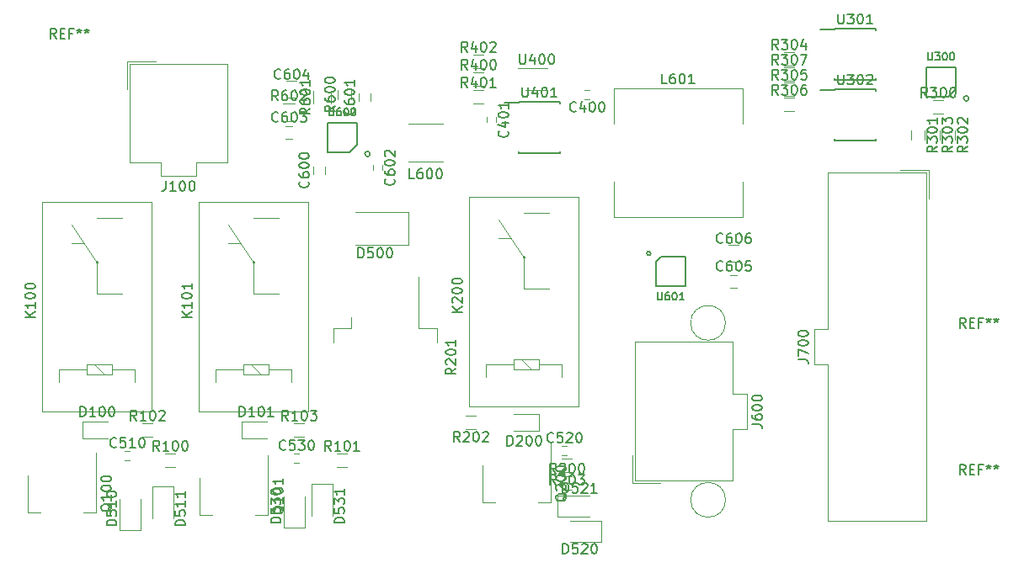
<source format=gto>
G04 #@! TF.FileFunction,Legend,Top*
%FSLAX46Y46*%
G04 Gerber Fmt 4.6, Leading zero omitted, Abs format (unit mm)*
G04 Created by KiCad (PCBNEW 4.0.7-e2-6376~58~ubuntu16.04.1) date Sat Jul 21 13:27:42 2018*
%MOMM*%
%LPD*%
G01*
G04 APERTURE LIST*
%ADD10C,0.100000*%
%ADD11C,0.120000*%
%ADD12C,0.203200*%
%ADD13C,0.150000*%
%ADD14C,0.152400*%
G04 APERTURE END LIST*
D10*
D11*
X181360000Y-78956000D02*
X181860000Y-78956000D01*
X181860000Y-78016000D02*
X181360000Y-78016000D01*
X172428000Y-81276000D02*
X172428000Y-80776000D01*
X171488000Y-80776000D02*
X171488000Y-81276000D01*
X135632000Y-114338000D02*
X135132000Y-114338000D01*
X135132000Y-115278000D02*
X135632000Y-115278000D01*
X179574000Y-113830000D02*
X179074000Y-113830000D01*
X179074000Y-114770000D02*
X179574000Y-114770000D01*
X152650000Y-114592000D02*
X152150000Y-114592000D01*
X152150000Y-115532000D02*
X152650000Y-115532000D01*
X155286000Y-85756000D02*
X155286000Y-86456000D01*
X154086000Y-86456000D02*
X154086000Y-85756000D01*
X159858000Y-78390000D02*
X159858000Y-79090000D01*
X158658000Y-79090000D02*
X158658000Y-78390000D01*
X160998000Y-86102000D02*
X160998000Y-85602000D01*
X160058000Y-85602000D02*
X160058000Y-86102000D01*
X151988000Y-82896000D02*
X151288000Y-82896000D01*
X151288000Y-81696000D02*
X151988000Y-81696000D01*
X152392000Y-77128000D02*
X151392000Y-77128000D01*
X151392000Y-78828000D02*
X152392000Y-78828000D01*
X196692000Y-97882000D02*
X195992000Y-97882000D01*
X195992000Y-96682000D02*
X196692000Y-96682000D01*
X196842000Y-93638000D02*
X195842000Y-93638000D01*
X195842000Y-95338000D02*
X196842000Y-95338000D01*
X130834000Y-111418000D02*
X130834000Y-113118000D01*
X130834000Y-113118000D02*
X133384000Y-113118000D01*
X130834000Y-111418000D02*
X133384000Y-111418000D01*
X146836000Y-111418000D02*
X146836000Y-113118000D01*
X146836000Y-113118000D02*
X149386000Y-113118000D01*
X146836000Y-111418000D02*
X149386000Y-111418000D01*
X176760000Y-112356000D02*
X176760000Y-110656000D01*
X176760000Y-110656000D02*
X174210000Y-110656000D01*
X176760000Y-112356000D02*
X174210000Y-112356000D01*
X163674000Y-93598000D02*
X163674000Y-90298000D01*
X163674000Y-90298000D02*
X158274000Y-90298000D01*
X163674000Y-93598000D02*
X158274000Y-93598000D01*
X134576000Y-122342000D02*
X136696000Y-122342000D01*
X134576000Y-119142000D02*
X134576000Y-122342000D01*
X136696000Y-122342000D02*
X136696000Y-119142000D01*
X139998000Y-117942000D02*
X137878000Y-117942000D01*
X139998000Y-121142000D02*
X139998000Y-117942000D01*
X137878000Y-117942000D02*
X137878000Y-121142000D01*
X183048000Y-123488000D02*
X183048000Y-121368000D01*
X179848000Y-123488000D02*
X183048000Y-123488000D01*
X183048000Y-121368000D02*
X179848000Y-121368000D01*
X178648000Y-118828000D02*
X178648000Y-120948000D01*
X181848000Y-118828000D02*
X178648000Y-118828000D01*
X178648000Y-120948000D02*
X181848000Y-120948000D01*
X151086000Y-122088000D02*
X153206000Y-122088000D01*
X151086000Y-118888000D02*
X151086000Y-122088000D01*
X153206000Y-122088000D02*
X153206000Y-118888000D01*
X156000000Y-117688000D02*
X153880000Y-117688000D01*
X156000000Y-120888000D02*
X156000000Y-117688000D01*
X153880000Y-117688000D02*
X153880000Y-120888000D01*
X140530000Y-75374000D02*
X135630000Y-75374000D01*
X135630000Y-75374000D02*
X135630000Y-85274000D01*
X135630000Y-85274000D02*
X138730000Y-85274000D01*
X138730000Y-85274000D02*
X138730000Y-86674000D01*
X138730000Y-86674000D02*
X140530000Y-86674000D01*
X140530000Y-75374000D02*
X145430000Y-75374000D01*
X145430000Y-75374000D02*
X145430000Y-85274000D01*
X145430000Y-85274000D02*
X142330000Y-85274000D01*
X142330000Y-85274000D02*
X142330000Y-86674000D01*
X142330000Y-86674000D02*
X140530000Y-86674000D01*
X138230000Y-75124000D02*
X135380000Y-75124000D01*
X135380000Y-75124000D02*
X135380000Y-77974000D01*
X195512000Y-119254000D02*
G75*
G03X195512000Y-119254000I-1750000J0D01*
G01*
X195512000Y-101454000D02*
G75*
G03X195512000Y-101454000I-1750000J0D01*
G01*
X186372000Y-110354000D02*
X186372000Y-117354000D01*
X186372000Y-117354000D02*
X196272000Y-117354000D01*
X196272000Y-117354000D02*
X196272000Y-112154000D01*
X196272000Y-112154000D02*
X197672000Y-112154000D01*
X197672000Y-112154000D02*
X197672000Y-110354000D01*
X186372000Y-110354000D02*
X186372000Y-103354000D01*
X186372000Y-103354000D02*
X196272000Y-103354000D01*
X196272000Y-103354000D02*
X196272000Y-108554000D01*
X196272000Y-108554000D02*
X197672000Y-108554000D01*
X197672000Y-108554000D02*
X197672000Y-110354000D01*
X186122000Y-114754000D02*
X186122000Y-117604000D01*
X186122000Y-117604000D02*
X188972000Y-117604000D01*
X215710000Y-103854000D02*
X215710000Y-86354000D01*
X215710000Y-86354000D02*
X205810000Y-86354000D01*
X205810000Y-86354000D02*
X205810000Y-102054000D01*
X205810000Y-102054000D02*
X204410000Y-102054000D01*
X204410000Y-102054000D02*
X204410000Y-103854000D01*
X215710000Y-103854000D02*
X215710000Y-121354000D01*
X215710000Y-121354000D02*
X205810000Y-121354000D01*
X205810000Y-121354000D02*
X205810000Y-105654000D01*
X205810000Y-105654000D02*
X204410000Y-105654000D01*
X204410000Y-105654000D02*
X204410000Y-103854000D01*
X215960000Y-88954000D02*
X215960000Y-86104000D01*
X215960000Y-86104000D02*
X213110000Y-86104000D01*
X134874000Y-90932000D02*
X132334000Y-90932000D01*
X132334000Y-95377000D02*
X129794000Y-91567000D01*
X129794000Y-93472000D02*
X131064000Y-93472000D01*
X134874000Y-98552000D02*
X132334000Y-98552000D01*
X132334000Y-98552000D02*
X132334000Y-95377000D01*
X133094000Y-106682000D02*
X132084000Y-105662000D01*
X128524000Y-106172000D02*
X128524000Y-107442000D01*
X131314000Y-106172000D02*
X128524000Y-106172000D01*
X136144000Y-106172000D02*
X133854000Y-106172000D01*
X136144000Y-107442000D02*
X136144000Y-106172000D01*
X133854000Y-106172000D02*
X133854000Y-106682000D01*
X133854000Y-106682000D02*
X131314000Y-106682000D01*
X131314000Y-106682000D02*
X131314000Y-106172000D01*
X131314000Y-106172000D02*
X131314000Y-105662000D01*
X131314000Y-105662000D02*
X133854000Y-105662000D01*
X133854000Y-105662000D02*
X133854000Y-106172000D01*
X137834000Y-110392000D02*
X137834000Y-89252000D01*
X137834000Y-89252000D02*
X126834000Y-89252000D01*
X137834000Y-110392000D02*
X126834000Y-110392000D01*
X126834000Y-110392000D02*
X126834000Y-89252000D01*
X132461000Y-95377000D02*
G75*
G03X132461000Y-95377000I-127000J0D01*
G01*
X150622000Y-90932000D02*
X148082000Y-90932000D01*
X148082000Y-95377000D02*
X145542000Y-91567000D01*
X145542000Y-93472000D02*
X146812000Y-93472000D01*
X150622000Y-98552000D02*
X148082000Y-98552000D01*
X148082000Y-98552000D02*
X148082000Y-95377000D01*
X148842000Y-106682000D02*
X147832000Y-105662000D01*
X144272000Y-106172000D02*
X144272000Y-107442000D01*
X147062000Y-106172000D02*
X144272000Y-106172000D01*
X151892000Y-106172000D02*
X149602000Y-106172000D01*
X151892000Y-107442000D02*
X151892000Y-106172000D01*
X149602000Y-106172000D02*
X149602000Y-106682000D01*
X149602000Y-106682000D02*
X147062000Y-106682000D01*
X147062000Y-106682000D02*
X147062000Y-106172000D01*
X147062000Y-106172000D02*
X147062000Y-105662000D01*
X147062000Y-105662000D02*
X149602000Y-105662000D01*
X149602000Y-105662000D02*
X149602000Y-106172000D01*
X153582000Y-110392000D02*
X153582000Y-89252000D01*
X153582000Y-89252000D02*
X142582000Y-89252000D01*
X153582000Y-110392000D02*
X142582000Y-110392000D01*
X142582000Y-110392000D02*
X142582000Y-89252000D01*
X148209000Y-95377000D02*
G75*
G03X148209000Y-95377000I-127000J0D01*
G01*
X177800000Y-90424000D02*
X175260000Y-90424000D01*
X175260000Y-94869000D02*
X172720000Y-91059000D01*
X172720000Y-92964000D02*
X173990000Y-92964000D01*
X177800000Y-98044000D02*
X175260000Y-98044000D01*
X175260000Y-98044000D02*
X175260000Y-94869000D01*
X176020000Y-106174000D02*
X175010000Y-105154000D01*
X171450000Y-105664000D02*
X171450000Y-106934000D01*
X174240000Y-105664000D02*
X171450000Y-105664000D01*
X179070000Y-105664000D02*
X176780000Y-105664000D01*
X179070000Y-106934000D02*
X179070000Y-105664000D01*
X176780000Y-105664000D02*
X176780000Y-106174000D01*
X176780000Y-106174000D02*
X174240000Y-106174000D01*
X174240000Y-106174000D02*
X174240000Y-105664000D01*
X174240000Y-105664000D02*
X174240000Y-105154000D01*
X174240000Y-105154000D02*
X176780000Y-105154000D01*
X176780000Y-105154000D02*
X176780000Y-105664000D01*
X180760000Y-109884000D02*
X180760000Y-88744000D01*
X180760000Y-88744000D02*
X169760000Y-88744000D01*
X180760000Y-109884000D02*
X169760000Y-109884000D01*
X169760000Y-109884000D02*
X169760000Y-88744000D01*
X175387000Y-94869000D02*
G75*
G03X175387000Y-94869000I-127000J0D01*
G01*
X167084000Y-81432000D02*
X163624000Y-81432000D01*
X167084000Y-85192000D02*
X163624000Y-85192000D01*
X184254000Y-87228000D02*
X184254000Y-90828000D01*
X184254000Y-90828000D02*
X197254000Y-90828000D01*
X197254000Y-90828000D02*
X197254000Y-87228000D01*
X184254000Y-81428000D02*
X184254000Y-77828000D01*
X184254000Y-77828000D02*
X197254000Y-77828000D01*
X197254000Y-77828000D02*
X197254000Y-81428000D01*
X125368000Y-120528000D02*
X126628000Y-120528000D01*
X132188000Y-120528000D02*
X130928000Y-120528000D01*
X125368000Y-116768000D02*
X125368000Y-120528000D01*
X132188000Y-114518000D02*
X132188000Y-120528000D01*
X142640000Y-120782000D02*
X143900000Y-120782000D01*
X149460000Y-120782000D02*
X148200000Y-120782000D01*
X142640000Y-117022000D02*
X142640000Y-120782000D01*
X149460000Y-114772000D02*
X149460000Y-120782000D01*
X171088000Y-119512000D02*
X172348000Y-119512000D01*
X177908000Y-119512000D02*
X176648000Y-119512000D01*
X171088000Y-115752000D02*
X171088000Y-119512000D01*
X177908000Y-113502000D02*
X177908000Y-119512000D01*
X140200000Y-115996000D02*
X139200000Y-115996000D01*
X139200000Y-114636000D02*
X140200000Y-114636000D01*
X157472000Y-115996000D02*
X156472000Y-115996000D01*
X156472000Y-114636000D02*
X157472000Y-114636000D01*
X137914000Y-112948000D02*
X136914000Y-112948000D01*
X136914000Y-111588000D02*
X137914000Y-111588000D01*
X153154000Y-112948000D02*
X152154000Y-112948000D01*
X152154000Y-111588000D02*
X153154000Y-111588000D01*
X180078000Y-118282000D02*
X179078000Y-118282000D01*
X179078000Y-116922000D02*
X180078000Y-116922000D01*
X166490000Y-103452000D02*
X166490000Y-101952000D01*
X166490000Y-101952000D02*
X164680000Y-101952000D01*
X164680000Y-101952000D02*
X164680000Y-96827000D01*
X156090000Y-103452000D02*
X156090000Y-101952000D01*
X156090000Y-101952000D02*
X157900000Y-101952000D01*
X157900000Y-101952000D02*
X157900000Y-100852000D01*
X169426000Y-110826000D02*
X170426000Y-110826000D01*
X170426000Y-112186000D02*
X169426000Y-112186000D01*
X179078000Y-115144000D02*
X180078000Y-115144000D01*
X180078000Y-116504000D02*
X179078000Y-116504000D01*
X217416000Y-80436000D02*
X216416000Y-80436000D01*
X216416000Y-79076000D02*
X217416000Y-79076000D01*
X214204000Y-83050000D02*
X214204000Y-82050000D01*
X215564000Y-82050000D02*
X215564000Y-83050000D01*
X217252000Y-83050000D02*
X217252000Y-82050000D01*
X218612000Y-82050000D02*
X218612000Y-83050000D01*
X215728000Y-83050000D02*
X215728000Y-82050000D01*
X217088000Y-82050000D02*
X217088000Y-83050000D01*
X202430000Y-75610000D02*
X201430000Y-75610000D01*
X201430000Y-74250000D02*
X202430000Y-74250000D01*
X202430000Y-78658000D02*
X201430000Y-78658000D01*
X201430000Y-77298000D02*
X202430000Y-77298000D01*
X202430000Y-80182000D02*
X201430000Y-80182000D01*
X201430000Y-78822000D02*
X202430000Y-78822000D01*
X202430000Y-77134000D02*
X201430000Y-77134000D01*
X201430000Y-75774000D02*
X202430000Y-75774000D01*
X171188000Y-77642000D02*
X170188000Y-77642000D01*
X170188000Y-76282000D02*
X171188000Y-76282000D01*
X171188000Y-79420000D02*
X170188000Y-79420000D01*
X170188000Y-78060000D02*
X171188000Y-78060000D01*
X171188000Y-75864000D02*
X170188000Y-75864000D01*
X170188000Y-74504000D02*
X171188000Y-74504000D01*
X157906000Y-77986000D02*
X157906000Y-78986000D01*
X156546000Y-78986000D02*
X156546000Y-77986000D01*
X155820000Y-78140000D02*
X155820000Y-79340000D01*
X154060000Y-79340000D02*
X154060000Y-78140000D01*
X152238000Y-81144000D02*
X151038000Y-81144000D01*
X151038000Y-79384000D02*
X152238000Y-79384000D01*
D12*
X219964000Y-78867000D02*
G75*
G03X219964000Y-78867000I-254000J0D01*
G01*
X218670000Y-77716000D02*
X218670000Y-77916000D01*
X218670000Y-77916000D02*
X217870000Y-78716000D01*
X217870000Y-78716000D02*
X217670000Y-78716000D01*
X218670000Y-75716000D02*
X218670000Y-77716000D01*
X218670000Y-75716000D02*
X215670000Y-75716000D01*
X215670000Y-75716000D02*
X215670000Y-78716000D01*
X215670000Y-78716000D02*
X217670000Y-78716000D01*
D13*
X206459000Y-71847000D02*
X206459000Y-71897000D01*
X210609000Y-71847000D02*
X210609000Y-71992000D01*
X210609000Y-76997000D02*
X210609000Y-76852000D01*
X206459000Y-76997000D02*
X206459000Y-76852000D01*
X206459000Y-71847000D02*
X210609000Y-71847000D01*
X206459000Y-76997000D02*
X210609000Y-76997000D01*
X206459000Y-71897000D02*
X205059000Y-71897000D01*
X206459000Y-77943000D02*
X206459000Y-77993000D01*
X210609000Y-77943000D02*
X210609000Y-78088000D01*
X210609000Y-83093000D02*
X210609000Y-82948000D01*
X206459000Y-83093000D02*
X206459000Y-82948000D01*
X206459000Y-77943000D02*
X210609000Y-77943000D01*
X206459000Y-83093000D02*
X210609000Y-83093000D01*
X206459000Y-77993000D02*
X205059000Y-77993000D01*
D11*
X177630000Y-78062000D02*
X175430000Y-78062000D01*
X177630000Y-75862000D02*
X174630000Y-75862000D01*
D13*
X174709000Y-79213000D02*
X174709000Y-79263000D01*
X178859000Y-79213000D02*
X178859000Y-79358000D01*
X178859000Y-84363000D02*
X178859000Y-84218000D01*
X174709000Y-84363000D02*
X174709000Y-84218000D01*
X174709000Y-79213000D02*
X178859000Y-79213000D01*
X174709000Y-84363000D02*
X178859000Y-84363000D01*
X174709000Y-79263000D02*
X173309000Y-79263000D01*
D12*
X159766000Y-84455000D02*
G75*
G03X159766000Y-84455000I-254000J0D01*
G01*
X158472000Y-83304000D02*
X158472000Y-83504000D01*
X158472000Y-83504000D02*
X157672000Y-84304000D01*
X157672000Y-84304000D02*
X157472000Y-84304000D01*
X158472000Y-81304000D02*
X158472000Y-83304000D01*
X158472000Y-81304000D02*
X155472000Y-81304000D01*
X155472000Y-81304000D02*
X155472000Y-84304000D01*
X155472000Y-84304000D02*
X157472000Y-84304000D01*
X187992000Y-94466000D02*
G75*
G03X187992000Y-94466000I-200000J0D01*
G01*
X188992000Y-94766000D02*
X191492000Y-94766000D01*
X188492000Y-95266000D02*
X188492000Y-97766000D01*
X188992000Y-94766000D02*
X188492000Y-95266000D01*
X188492000Y-97766000D02*
X191492000Y-97766000D01*
X191492000Y-97766000D02*
X191492000Y-94766000D01*
D13*
X180490953Y-80113143D02*
X180443334Y-80160762D01*
X180300477Y-80208381D01*
X180205239Y-80208381D01*
X180062381Y-80160762D01*
X179967143Y-80065524D01*
X179919524Y-79970286D01*
X179871905Y-79779810D01*
X179871905Y-79636952D01*
X179919524Y-79446476D01*
X179967143Y-79351238D01*
X180062381Y-79256000D01*
X180205239Y-79208381D01*
X180300477Y-79208381D01*
X180443334Y-79256000D01*
X180490953Y-79303619D01*
X181348096Y-79541714D02*
X181348096Y-80208381D01*
X181110000Y-79160762D02*
X180871905Y-79875048D01*
X181490953Y-79875048D01*
X182062381Y-79208381D02*
X182157620Y-79208381D01*
X182252858Y-79256000D01*
X182300477Y-79303619D01*
X182348096Y-79398857D01*
X182395715Y-79589333D01*
X182395715Y-79827429D01*
X182348096Y-80017905D01*
X182300477Y-80113143D01*
X182252858Y-80160762D01*
X182157620Y-80208381D01*
X182062381Y-80208381D01*
X181967143Y-80160762D01*
X181919524Y-80113143D01*
X181871905Y-80017905D01*
X181824286Y-79827429D01*
X181824286Y-79589333D01*
X181871905Y-79398857D01*
X181919524Y-79303619D01*
X181967143Y-79256000D01*
X182062381Y-79208381D01*
X183014762Y-79208381D02*
X183110001Y-79208381D01*
X183205239Y-79256000D01*
X183252858Y-79303619D01*
X183300477Y-79398857D01*
X183348096Y-79589333D01*
X183348096Y-79827429D01*
X183300477Y-80017905D01*
X183252858Y-80113143D01*
X183205239Y-80160762D01*
X183110001Y-80208381D01*
X183014762Y-80208381D01*
X182919524Y-80160762D01*
X182871905Y-80113143D01*
X182824286Y-80017905D01*
X182776667Y-79827429D01*
X182776667Y-79589333D01*
X182824286Y-79398857D01*
X182871905Y-79303619D01*
X182919524Y-79256000D01*
X183014762Y-79208381D01*
X173585143Y-82145047D02*
X173632762Y-82192666D01*
X173680381Y-82335523D01*
X173680381Y-82430761D01*
X173632762Y-82573619D01*
X173537524Y-82668857D01*
X173442286Y-82716476D01*
X173251810Y-82764095D01*
X173108952Y-82764095D01*
X172918476Y-82716476D01*
X172823238Y-82668857D01*
X172728000Y-82573619D01*
X172680381Y-82430761D01*
X172680381Y-82335523D01*
X172728000Y-82192666D01*
X172775619Y-82145047D01*
X173013714Y-81287904D02*
X173680381Y-81287904D01*
X172632762Y-81526000D02*
X173347048Y-81764095D01*
X173347048Y-81145047D01*
X172680381Y-80573619D02*
X172680381Y-80478380D01*
X172728000Y-80383142D01*
X172775619Y-80335523D01*
X172870857Y-80287904D01*
X173061333Y-80240285D01*
X173299429Y-80240285D01*
X173489905Y-80287904D01*
X173585143Y-80335523D01*
X173632762Y-80383142D01*
X173680381Y-80478380D01*
X173680381Y-80573619D01*
X173632762Y-80668857D01*
X173585143Y-80716476D01*
X173489905Y-80764095D01*
X173299429Y-80811714D01*
X173061333Y-80811714D01*
X172870857Y-80764095D01*
X172775619Y-80716476D01*
X172728000Y-80668857D01*
X172680381Y-80573619D01*
X173680381Y-79287904D02*
X173680381Y-79859333D01*
X173680381Y-79573619D02*
X172680381Y-79573619D01*
X172823238Y-79668857D01*
X172918476Y-79764095D01*
X172966095Y-79859333D01*
X134262953Y-113895143D02*
X134215334Y-113942762D01*
X134072477Y-113990381D01*
X133977239Y-113990381D01*
X133834381Y-113942762D01*
X133739143Y-113847524D01*
X133691524Y-113752286D01*
X133643905Y-113561810D01*
X133643905Y-113418952D01*
X133691524Y-113228476D01*
X133739143Y-113133238D01*
X133834381Y-113038000D01*
X133977239Y-112990381D01*
X134072477Y-112990381D01*
X134215334Y-113038000D01*
X134262953Y-113085619D01*
X135167715Y-112990381D02*
X134691524Y-112990381D01*
X134643905Y-113466571D01*
X134691524Y-113418952D01*
X134786762Y-113371333D01*
X135024858Y-113371333D01*
X135120096Y-113418952D01*
X135167715Y-113466571D01*
X135215334Y-113561810D01*
X135215334Y-113799905D01*
X135167715Y-113895143D01*
X135120096Y-113942762D01*
X135024858Y-113990381D01*
X134786762Y-113990381D01*
X134691524Y-113942762D01*
X134643905Y-113895143D01*
X136167715Y-113990381D02*
X135596286Y-113990381D01*
X135882000Y-113990381D02*
X135882000Y-112990381D01*
X135786762Y-113133238D01*
X135691524Y-113228476D01*
X135596286Y-113276095D01*
X136786762Y-112990381D02*
X136882001Y-112990381D01*
X136977239Y-113038000D01*
X137024858Y-113085619D01*
X137072477Y-113180857D01*
X137120096Y-113371333D01*
X137120096Y-113609429D01*
X137072477Y-113799905D01*
X137024858Y-113895143D01*
X136977239Y-113942762D01*
X136882001Y-113990381D01*
X136786762Y-113990381D01*
X136691524Y-113942762D01*
X136643905Y-113895143D01*
X136596286Y-113799905D01*
X136548667Y-113609429D01*
X136548667Y-113371333D01*
X136596286Y-113180857D01*
X136643905Y-113085619D01*
X136691524Y-113038000D01*
X136786762Y-112990381D01*
X178204953Y-113387143D02*
X178157334Y-113434762D01*
X178014477Y-113482381D01*
X177919239Y-113482381D01*
X177776381Y-113434762D01*
X177681143Y-113339524D01*
X177633524Y-113244286D01*
X177585905Y-113053810D01*
X177585905Y-112910952D01*
X177633524Y-112720476D01*
X177681143Y-112625238D01*
X177776381Y-112530000D01*
X177919239Y-112482381D01*
X178014477Y-112482381D01*
X178157334Y-112530000D01*
X178204953Y-112577619D01*
X179109715Y-112482381D02*
X178633524Y-112482381D01*
X178585905Y-112958571D01*
X178633524Y-112910952D01*
X178728762Y-112863333D01*
X178966858Y-112863333D01*
X179062096Y-112910952D01*
X179109715Y-112958571D01*
X179157334Y-113053810D01*
X179157334Y-113291905D01*
X179109715Y-113387143D01*
X179062096Y-113434762D01*
X178966858Y-113482381D01*
X178728762Y-113482381D01*
X178633524Y-113434762D01*
X178585905Y-113387143D01*
X179538286Y-112577619D02*
X179585905Y-112530000D01*
X179681143Y-112482381D01*
X179919239Y-112482381D01*
X180014477Y-112530000D01*
X180062096Y-112577619D01*
X180109715Y-112672857D01*
X180109715Y-112768095D01*
X180062096Y-112910952D01*
X179490667Y-113482381D01*
X180109715Y-113482381D01*
X180728762Y-112482381D02*
X180824001Y-112482381D01*
X180919239Y-112530000D01*
X180966858Y-112577619D01*
X181014477Y-112672857D01*
X181062096Y-112863333D01*
X181062096Y-113101429D01*
X181014477Y-113291905D01*
X180966858Y-113387143D01*
X180919239Y-113434762D01*
X180824001Y-113482381D01*
X180728762Y-113482381D01*
X180633524Y-113434762D01*
X180585905Y-113387143D01*
X180538286Y-113291905D01*
X180490667Y-113101429D01*
X180490667Y-112863333D01*
X180538286Y-112672857D01*
X180585905Y-112577619D01*
X180633524Y-112530000D01*
X180728762Y-112482381D01*
X151280953Y-114149143D02*
X151233334Y-114196762D01*
X151090477Y-114244381D01*
X150995239Y-114244381D01*
X150852381Y-114196762D01*
X150757143Y-114101524D01*
X150709524Y-114006286D01*
X150661905Y-113815810D01*
X150661905Y-113672952D01*
X150709524Y-113482476D01*
X150757143Y-113387238D01*
X150852381Y-113292000D01*
X150995239Y-113244381D01*
X151090477Y-113244381D01*
X151233334Y-113292000D01*
X151280953Y-113339619D01*
X152185715Y-113244381D02*
X151709524Y-113244381D01*
X151661905Y-113720571D01*
X151709524Y-113672952D01*
X151804762Y-113625333D01*
X152042858Y-113625333D01*
X152138096Y-113672952D01*
X152185715Y-113720571D01*
X152233334Y-113815810D01*
X152233334Y-114053905D01*
X152185715Y-114149143D01*
X152138096Y-114196762D01*
X152042858Y-114244381D01*
X151804762Y-114244381D01*
X151709524Y-114196762D01*
X151661905Y-114149143D01*
X152566667Y-113244381D02*
X153185715Y-113244381D01*
X152852381Y-113625333D01*
X152995239Y-113625333D01*
X153090477Y-113672952D01*
X153138096Y-113720571D01*
X153185715Y-113815810D01*
X153185715Y-114053905D01*
X153138096Y-114149143D01*
X153090477Y-114196762D01*
X152995239Y-114244381D01*
X152709524Y-114244381D01*
X152614286Y-114196762D01*
X152566667Y-114149143D01*
X153804762Y-113244381D02*
X153900001Y-113244381D01*
X153995239Y-113292000D01*
X154042858Y-113339619D01*
X154090477Y-113434857D01*
X154138096Y-113625333D01*
X154138096Y-113863429D01*
X154090477Y-114053905D01*
X154042858Y-114149143D01*
X153995239Y-114196762D01*
X153900001Y-114244381D01*
X153804762Y-114244381D01*
X153709524Y-114196762D01*
X153661905Y-114149143D01*
X153614286Y-114053905D01*
X153566667Y-113863429D01*
X153566667Y-113625333D01*
X153614286Y-113434857D01*
X153661905Y-113339619D01*
X153709524Y-113292000D01*
X153804762Y-113244381D01*
X153543143Y-87225047D02*
X153590762Y-87272666D01*
X153638381Y-87415523D01*
X153638381Y-87510761D01*
X153590762Y-87653619D01*
X153495524Y-87748857D01*
X153400286Y-87796476D01*
X153209810Y-87844095D01*
X153066952Y-87844095D01*
X152876476Y-87796476D01*
X152781238Y-87748857D01*
X152686000Y-87653619D01*
X152638381Y-87510761D01*
X152638381Y-87415523D01*
X152686000Y-87272666D01*
X152733619Y-87225047D01*
X152638381Y-86367904D02*
X152638381Y-86558381D01*
X152686000Y-86653619D01*
X152733619Y-86701238D01*
X152876476Y-86796476D01*
X153066952Y-86844095D01*
X153447905Y-86844095D01*
X153543143Y-86796476D01*
X153590762Y-86748857D01*
X153638381Y-86653619D01*
X153638381Y-86463142D01*
X153590762Y-86367904D01*
X153543143Y-86320285D01*
X153447905Y-86272666D01*
X153209810Y-86272666D01*
X153114571Y-86320285D01*
X153066952Y-86367904D01*
X153019333Y-86463142D01*
X153019333Y-86653619D01*
X153066952Y-86748857D01*
X153114571Y-86796476D01*
X153209810Y-86844095D01*
X152638381Y-85653619D02*
X152638381Y-85558380D01*
X152686000Y-85463142D01*
X152733619Y-85415523D01*
X152828857Y-85367904D01*
X153019333Y-85320285D01*
X153257429Y-85320285D01*
X153447905Y-85367904D01*
X153543143Y-85415523D01*
X153590762Y-85463142D01*
X153638381Y-85558380D01*
X153638381Y-85653619D01*
X153590762Y-85748857D01*
X153543143Y-85796476D01*
X153447905Y-85844095D01*
X153257429Y-85891714D01*
X153019333Y-85891714D01*
X152828857Y-85844095D01*
X152733619Y-85796476D01*
X152686000Y-85748857D01*
X152638381Y-85653619D01*
X152638381Y-84701238D02*
X152638381Y-84605999D01*
X152686000Y-84510761D01*
X152733619Y-84463142D01*
X152828857Y-84415523D01*
X153019333Y-84367904D01*
X153257429Y-84367904D01*
X153447905Y-84415523D01*
X153543143Y-84463142D01*
X153590762Y-84510761D01*
X153638381Y-84605999D01*
X153638381Y-84701238D01*
X153590762Y-84796476D01*
X153543143Y-84844095D01*
X153447905Y-84891714D01*
X153257429Y-84939333D01*
X153019333Y-84939333D01*
X152828857Y-84891714D01*
X152733619Y-84844095D01*
X152686000Y-84796476D01*
X152638381Y-84701238D01*
X158115143Y-79859047D02*
X158162762Y-79906666D01*
X158210381Y-80049523D01*
X158210381Y-80144761D01*
X158162762Y-80287619D01*
X158067524Y-80382857D01*
X157972286Y-80430476D01*
X157781810Y-80478095D01*
X157638952Y-80478095D01*
X157448476Y-80430476D01*
X157353238Y-80382857D01*
X157258000Y-80287619D01*
X157210381Y-80144761D01*
X157210381Y-80049523D01*
X157258000Y-79906666D01*
X157305619Y-79859047D01*
X157210381Y-79001904D02*
X157210381Y-79192381D01*
X157258000Y-79287619D01*
X157305619Y-79335238D01*
X157448476Y-79430476D01*
X157638952Y-79478095D01*
X158019905Y-79478095D01*
X158115143Y-79430476D01*
X158162762Y-79382857D01*
X158210381Y-79287619D01*
X158210381Y-79097142D01*
X158162762Y-79001904D01*
X158115143Y-78954285D01*
X158019905Y-78906666D01*
X157781810Y-78906666D01*
X157686571Y-78954285D01*
X157638952Y-79001904D01*
X157591333Y-79097142D01*
X157591333Y-79287619D01*
X157638952Y-79382857D01*
X157686571Y-79430476D01*
X157781810Y-79478095D01*
X157210381Y-78287619D02*
X157210381Y-78192380D01*
X157258000Y-78097142D01*
X157305619Y-78049523D01*
X157400857Y-78001904D01*
X157591333Y-77954285D01*
X157829429Y-77954285D01*
X158019905Y-78001904D01*
X158115143Y-78049523D01*
X158162762Y-78097142D01*
X158210381Y-78192380D01*
X158210381Y-78287619D01*
X158162762Y-78382857D01*
X158115143Y-78430476D01*
X158019905Y-78478095D01*
X157829429Y-78525714D01*
X157591333Y-78525714D01*
X157400857Y-78478095D01*
X157305619Y-78430476D01*
X157258000Y-78382857D01*
X157210381Y-78287619D01*
X158210381Y-77001904D02*
X158210381Y-77573333D01*
X158210381Y-77287619D02*
X157210381Y-77287619D01*
X157353238Y-77382857D01*
X157448476Y-77478095D01*
X157496095Y-77573333D01*
X162155143Y-86971047D02*
X162202762Y-87018666D01*
X162250381Y-87161523D01*
X162250381Y-87256761D01*
X162202762Y-87399619D01*
X162107524Y-87494857D01*
X162012286Y-87542476D01*
X161821810Y-87590095D01*
X161678952Y-87590095D01*
X161488476Y-87542476D01*
X161393238Y-87494857D01*
X161298000Y-87399619D01*
X161250381Y-87256761D01*
X161250381Y-87161523D01*
X161298000Y-87018666D01*
X161345619Y-86971047D01*
X161250381Y-86113904D02*
X161250381Y-86304381D01*
X161298000Y-86399619D01*
X161345619Y-86447238D01*
X161488476Y-86542476D01*
X161678952Y-86590095D01*
X162059905Y-86590095D01*
X162155143Y-86542476D01*
X162202762Y-86494857D01*
X162250381Y-86399619D01*
X162250381Y-86209142D01*
X162202762Y-86113904D01*
X162155143Y-86066285D01*
X162059905Y-86018666D01*
X161821810Y-86018666D01*
X161726571Y-86066285D01*
X161678952Y-86113904D01*
X161631333Y-86209142D01*
X161631333Y-86399619D01*
X161678952Y-86494857D01*
X161726571Y-86542476D01*
X161821810Y-86590095D01*
X161250381Y-85399619D02*
X161250381Y-85304380D01*
X161298000Y-85209142D01*
X161345619Y-85161523D01*
X161440857Y-85113904D01*
X161631333Y-85066285D01*
X161869429Y-85066285D01*
X162059905Y-85113904D01*
X162155143Y-85161523D01*
X162202762Y-85209142D01*
X162250381Y-85304380D01*
X162250381Y-85399619D01*
X162202762Y-85494857D01*
X162155143Y-85542476D01*
X162059905Y-85590095D01*
X161869429Y-85637714D01*
X161631333Y-85637714D01*
X161440857Y-85590095D01*
X161345619Y-85542476D01*
X161298000Y-85494857D01*
X161250381Y-85399619D01*
X161345619Y-84685333D02*
X161298000Y-84637714D01*
X161250381Y-84542476D01*
X161250381Y-84304380D01*
X161298000Y-84209142D01*
X161345619Y-84161523D01*
X161440857Y-84113904D01*
X161536095Y-84113904D01*
X161678952Y-84161523D01*
X162250381Y-84732952D01*
X162250381Y-84113904D01*
X150518953Y-81153143D02*
X150471334Y-81200762D01*
X150328477Y-81248381D01*
X150233239Y-81248381D01*
X150090381Y-81200762D01*
X149995143Y-81105524D01*
X149947524Y-81010286D01*
X149899905Y-80819810D01*
X149899905Y-80676952D01*
X149947524Y-80486476D01*
X149995143Y-80391238D01*
X150090381Y-80296000D01*
X150233239Y-80248381D01*
X150328477Y-80248381D01*
X150471334Y-80296000D01*
X150518953Y-80343619D01*
X151376096Y-80248381D02*
X151185619Y-80248381D01*
X151090381Y-80296000D01*
X151042762Y-80343619D01*
X150947524Y-80486476D01*
X150899905Y-80676952D01*
X150899905Y-81057905D01*
X150947524Y-81153143D01*
X150995143Y-81200762D01*
X151090381Y-81248381D01*
X151280858Y-81248381D01*
X151376096Y-81200762D01*
X151423715Y-81153143D01*
X151471334Y-81057905D01*
X151471334Y-80819810D01*
X151423715Y-80724571D01*
X151376096Y-80676952D01*
X151280858Y-80629333D01*
X151090381Y-80629333D01*
X150995143Y-80676952D01*
X150947524Y-80724571D01*
X150899905Y-80819810D01*
X152090381Y-80248381D02*
X152185620Y-80248381D01*
X152280858Y-80296000D01*
X152328477Y-80343619D01*
X152376096Y-80438857D01*
X152423715Y-80629333D01*
X152423715Y-80867429D01*
X152376096Y-81057905D01*
X152328477Y-81153143D01*
X152280858Y-81200762D01*
X152185620Y-81248381D01*
X152090381Y-81248381D01*
X151995143Y-81200762D01*
X151947524Y-81153143D01*
X151899905Y-81057905D01*
X151852286Y-80867429D01*
X151852286Y-80629333D01*
X151899905Y-80438857D01*
X151947524Y-80343619D01*
X151995143Y-80296000D01*
X152090381Y-80248381D01*
X152757048Y-80248381D02*
X153376096Y-80248381D01*
X153042762Y-80629333D01*
X153185620Y-80629333D01*
X153280858Y-80676952D01*
X153328477Y-80724571D01*
X153376096Y-80819810D01*
X153376096Y-81057905D01*
X153328477Y-81153143D01*
X153280858Y-81200762D01*
X153185620Y-81248381D01*
X152899905Y-81248381D01*
X152804667Y-81200762D01*
X152757048Y-81153143D01*
X150772953Y-76835143D02*
X150725334Y-76882762D01*
X150582477Y-76930381D01*
X150487239Y-76930381D01*
X150344381Y-76882762D01*
X150249143Y-76787524D01*
X150201524Y-76692286D01*
X150153905Y-76501810D01*
X150153905Y-76358952D01*
X150201524Y-76168476D01*
X150249143Y-76073238D01*
X150344381Y-75978000D01*
X150487239Y-75930381D01*
X150582477Y-75930381D01*
X150725334Y-75978000D01*
X150772953Y-76025619D01*
X151630096Y-75930381D02*
X151439619Y-75930381D01*
X151344381Y-75978000D01*
X151296762Y-76025619D01*
X151201524Y-76168476D01*
X151153905Y-76358952D01*
X151153905Y-76739905D01*
X151201524Y-76835143D01*
X151249143Y-76882762D01*
X151344381Y-76930381D01*
X151534858Y-76930381D01*
X151630096Y-76882762D01*
X151677715Y-76835143D01*
X151725334Y-76739905D01*
X151725334Y-76501810D01*
X151677715Y-76406571D01*
X151630096Y-76358952D01*
X151534858Y-76311333D01*
X151344381Y-76311333D01*
X151249143Y-76358952D01*
X151201524Y-76406571D01*
X151153905Y-76501810D01*
X152344381Y-75930381D02*
X152439620Y-75930381D01*
X152534858Y-75978000D01*
X152582477Y-76025619D01*
X152630096Y-76120857D01*
X152677715Y-76311333D01*
X152677715Y-76549429D01*
X152630096Y-76739905D01*
X152582477Y-76835143D01*
X152534858Y-76882762D01*
X152439620Y-76930381D01*
X152344381Y-76930381D01*
X152249143Y-76882762D01*
X152201524Y-76835143D01*
X152153905Y-76739905D01*
X152106286Y-76549429D01*
X152106286Y-76311333D01*
X152153905Y-76120857D01*
X152201524Y-76025619D01*
X152249143Y-75978000D01*
X152344381Y-75930381D01*
X153534858Y-76263714D02*
X153534858Y-76930381D01*
X153296762Y-75882762D02*
X153058667Y-76597048D01*
X153677715Y-76597048D01*
X195222953Y-96139143D02*
X195175334Y-96186762D01*
X195032477Y-96234381D01*
X194937239Y-96234381D01*
X194794381Y-96186762D01*
X194699143Y-96091524D01*
X194651524Y-95996286D01*
X194603905Y-95805810D01*
X194603905Y-95662952D01*
X194651524Y-95472476D01*
X194699143Y-95377238D01*
X194794381Y-95282000D01*
X194937239Y-95234381D01*
X195032477Y-95234381D01*
X195175334Y-95282000D01*
X195222953Y-95329619D01*
X196080096Y-95234381D02*
X195889619Y-95234381D01*
X195794381Y-95282000D01*
X195746762Y-95329619D01*
X195651524Y-95472476D01*
X195603905Y-95662952D01*
X195603905Y-96043905D01*
X195651524Y-96139143D01*
X195699143Y-96186762D01*
X195794381Y-96234381D01*
X195984858Y-96234381D01*
X196080096Y-96186762D01*
X196127715Y-96139143D01*
X196175334Y-96043905D01*
X196175334Y-95805810D01*
X196127715Y-95710571D01*
X196080096Y-95662952D01*
X195984858Y-95615333D01*
X195794381Y-95615333D01*
X195699143Y-95662952D01*
X195651524Y-95710571D01*
X195603905Y-95805810D01*
X196794381Y-95234381D02*
X196889620Y-95234381D01*
X196984858Y-95282000D01*
X197032477Y-95329619D01*
X197080096Y-95424857D01*
X197127715Y-95615333D01*
X197127715Y-95853429D01*
X197080096Y-96043905D01*
X197032477Y-96139143D01*
X196984858Y-96186762D01*
X196889620Y-96234381D01*
X196794381Y-96234381D01*
X196699143Y-96186762D01*
X196651524Y-96139143D01*
X196603905Y-96043905D01*
X196556286Y-95853429D01*
X196556286Y-95615333D01*
X196603905Y-95424857D01*
X196651524Y-95329619D01*
X196699143Y-95282000D01*
X196794381Y-95234381D01*
X198032477Y-95234381D02*
X197556286Y-95234381D01*
X197508667Y-95710571D01*
X197556286Y-95662952D01*
X197651524Y-95615333D01*
X197889620Y-95615333D01*
X197984858Y-95662952D01*
X198032477Y-95710571D01*
X198080096Y-95805810D01*
X198080096Y-96043905D01*
X198032477Y-96139143D01*
X197984858Y-96186762D01*
X197889620Y-96234381D01*
X197651524Y-96234381D01*
X197556286Y-96186762D01*
X197508667Y-96139143D01*
X195222953Y-93345143D02*
X195175334Y-93392762D01*
X195032477Y-93440381D01*
X194937239Y-93440381D01*
X194794381Y-93392762D01*
X194699143Y-93297524D01*
X194651524Y-93202286D01*
X194603905Y-93011810D01*
X194603905Y-92868952D01*
X194651524Y-92678476D01*
X194699143Y-92583238D01*
X194794381Y-92488000D01*
X194937239Y-92440381D01*
X195032477Y-92440381D01*
X195175334Y-92488000D01*
X195222953Y-92535619D01*
X196080096Y-92440381D02*
X195889619Y-92440381D01*
X195794381Y-92488000D01*
X195746762Y-92535619D01*
X195651524Y-92678476D01*
X195603905Y-92868952D01*
X195603905Y-93249905D01*
X195651524Y-93345143D01*
X195699143Y-93392762D01*
X195794381Y-93440381D01*
X195984858Y-93440381D01*
X196080096Y-93392762D01*
X196127715Y-93345143D01*
X196175334Y-93249905D01*
X196175334Y-93011810D01*
X196127715Y-92916571D01*
X196080096Y-92868952D01*
X195984858Y-92821333D01*
X195794381Y-92821333D01*
X195699143Y-92868952D01*
X195651524Y-92916571D01*
X195603905Y-93011810D01*
X196794381Y-92440381D02*
X196889620Y-92440381D01*
X196984858Y-92488000D01*
X197032477Y-92535619D01*
X197080096Y-92630857D01*
X197127715Y-92821333D01*
X197127715Y-93059429D01*
X197080096Y-93249905D01*
X197032477Y-93345143D01*
X196984858Y-93392762D01*
X196889620Y-93440381D01*
X196794381Y-93440381D01*
X196699143Y-93392762D01*
X196651524Y-93345143D01*
X196603905Y-93249905D01*
X196556286Y-93059429D01*
X196556286Y-92821333D01*
X196603905Y-92630857D01*
X196651524Y-92535619D01*
X196699143Y-92488000D01*
X196794381Y-92440381D01*
X197984858Y-92440381D02*
X197794381Y-92440381D01*
X197699143Y-92488000D01*
X197651524Y-92535619D01*
X197556286Y-92678476D01*
X197508667Y-92868952D01*
X197508667Y-93249905D01*
X197556286Y-93345143D01*
X197603905Y-93392762D01*
X197699143Y-93440381D01*
X197889620Y-93440381D01*
X197984858Y-93392762D01*
X198032477Y-93345143D01*
X198080096Y-93249905D01*
X198080096Y-93011810D01*
X198032477Y-92916571D01*
X197984858Y-92868952D01*
X197889620Y-92821333D01*
X197699143Y-92821333D01*
X197603905Y-92868952D01*
X197556286Y-92916571D01*
X197508667Y-93011810D01*
X130643524Y-110870381D02*
X130643524Y-109870381D01*
X130881619Y-109870381D01*
X131024477Y-109918000D01*
X131119715Y-110013238D01*
X131167334Y-110108476D01*
X131214953Y-110298952D01*
X131214953Y-110441810D01*
X131167334Y-110632286D01*
X131119715Y-110727524D01*
X131024477Y-110822762D01*
X130881619Y-110870381D01*
X130643524Y-110870381D01*
X132167334Y-110870381D02*
X131595905Y-110870381D01*
X131881619Y-110870381D02*
X131881619Y-109870381D01*
X131786381Y-110013238D01*
X131691143Y-110108476D01*
X131595905Y-110156095D01*
X132786381Y-109870381D02*
X132881620Y-109870381D01*
X132976858Y-109918000D01*
X133024477Y-109965619D01*
X133072096Y-110060857D01*
X133119715Y-110251333D01*
X133119715Y-110489429D01*
X133072096Y-110679905D01*
X133024477Y-110775143D01*
X132976858Y-110822762D01*
X132881620Y-110870381D01*
X132786381Y-110870381D01*
X132691143Y-110822762D01*
X132643524Y-110775143D01*
X132595905Y-110679905D01*
X132548286Y-110489429D01*
X132548286Y-110251333D01*
X132595905Y-110060857D01*
X132643524Y-109965619D01*
X132691143Y-109918000D01*
X132786381Y-109870381D01*
X133738762Y-109870381D02*
X133834001Y-109870381D01*
X133929239Y-109918000D01*
X133976858Y-109965619D01*
X134024477Y-110060857D01*
X134072096Y-110251333D01*
X134072096Y-110489429D01*
X134024477Y-110679905D01*
X133976858Y-110775143D01*
X133929239Y-110822762D01*
X133834001Y-110870381D01*
X133738762Y-110870381D01*
X133643524Y-110822762D01*
X133595905Y-110775143D01*
X133548286Y-110679905D01*
X133500667Y-110489429D01*
X133500667Y-110251333D01*
X133548286Y-110060857D01*
X133595905Y-109965619D01*
X133643524Y-109918000D01*
X133738762Y-109870381D01*
X146645524Y-110870381D02*
X146645524Y-109870381D01*
X146883619Y-109870381D01*
X147026477Y-109918000D01*
X147121715Y-110013238D01*
X147169334Y-110108476D01*
X147216953Y-110298952D01*
X147216953Y-110441810D01*
X147169334Y-110632286D01*
X147121715Y-110727524D01*
X147026477Y-110822762D01*
X146883619Y-110870381D01*
X146645524Y-110870381D01*
X148169334Y-110870381D02*
X147597905Y-110870381D01*
X147883619Y-110870381D02*
X147883619Y-109870381D01*
X147788381Y-110013238D01*
X147693143Y-110108476D01*
X147597905Y-110156095D01*
X148788381Y-109870381D02*
X148883620Y-109870381D01*
X148978858Y-109918000D01*
X149026477Y-109965619D01*
X149074096Y-110060857D01*
X149121715Y-110251333D01*
X149121715Y-110489429D01*
X149074096Y-110679905D01*
X149026477Y-110775143D01*
X148978858Y-110822762D01*
X148883620Y-110870381D01*
X148788381Y-110870381D01*
X148693143Y-110822762D01*
X148645524Y-110775143D01*
X148597905Y-110679905D01*
X148550286Y-110489429D01*
X148550286Y-110251333D01*
X148597905Y-110060857D01*
X148645524Y-109965619D01*
X148693143Y-109918000D01*
X148788381Y-109870381D01*
X150074096Y-110870381D02*
X149502667Y-110870381D01*
X149788381Y-110870381D02*
X149788381Y-109870381D01*
X149693143Y-110013238D01*
X149597905Y-110108476D01*
X149502667Y-110156095D01*
X173569524Y-113808381D02*
X173569524Y-112808381D01*
X173807619Y-112808381D01*
X173950477Y-112856000D01*
X174045715Y-112951238D01*
X174093334Y-113046476D01*
X174140953Y-113236952D01*
X174140953Y-113379810D01*
X174093334Y-113570286D01*
X174045715Y-113665524D01*
X173950477Y-113760762D01*
X173807619Y-113808381D01*
X173569524Y-113808381D01*
X174521905Y-112903619D02*
X174569524Y-112856000D01*
X174664762Y-112808381D01*
X174902858Y-112808381D01*
X174998096Y-112856000D01*
X175045715Y-112903619D01*
X175093334Y-112998857D01*
X175093334Y-113094095D01*
X175045715Y-113236952D01*
X174474286Y-113808381D01*
X175093334Y-113808381D01*
X175712381Y-112808381D02*
X175807620Y-112808381D01*
X175902858Y-112856000D01*
X175950477Y-112903619D01*
X175998096Y-112998857D01*
X176045715Y-113189333D01*
X176045715Y-113427429D01*
X175998096Y-113617905D01*
X175950477Y-113713143D01*
X175902858Y-113760762D01*
X175807620Y-113808381D01*
X175712381Y-113808381D01*
X175617143Y-113760762D01*
X175569524Y-113713143D01*
X175521905Y-113617905D01*
X175474286Y-113427429D01*
X175474286Y-113189333D01*
X175521905Y-112998857D01*
X175569524Y-112903619D01*
X175617143Y-112856000D01*
X175712381Y-112808381D01*
X176664762Y-112808381D02*
X176760001Y-112808381D01*
X176855239Y-112856000D01*
X176902858Y-112903619D01*
X176950477Y-112998857D01*
X176998096Y-113189333D01*
X176998096Y-113427429D01*
X176950477Y-113617905D01*
X176902858Y-113713143D01*
X176855239Y-113760762D01*
X176760001Y-113808381D01*
X176664762Y-113808381D01*
X176569524Y-113760762D01*
X176521905Y-113713143D01*
X176474286Y-113617905D01*
X176426667Y-113427429D01*
X176426667Y-113189333D01*
X176474286Y-112998857D01*
X176521905Y-112903619D01*
X176569524Y-112856000D01*
X176664762Y-112808381D01*
X158583524Y-94900381D02*
X158583524Y-93900381D01*
X158821619Y-93900381D01*
X158964477Y-93948000D01*
X159059715Y-94043238D01*
X159107334Y-94138476D01*
X159154953Y-94328952D01*
X159154953Y-94471810D01*
X159107334Y-94662286D01*
X159059715Y-94757524D01*
X158964477Y-94852762D01*
X158821619Y-94900381D01*
X158583524Y-94900381D01*
X160059715Y-93900381D02*
X159583524Y-93900381D01*
X159535905Y-94376571D01*
X159583524Y-94328952D01*
X159678762Y-94281333D01*
X159916858Y-94281333D01*
X160012096Y-94328952D01*
X160059715Y-94376571D01*
X160107334Y-94471810D01*
X160107334Y-94709905D01*
X160059715Y-94805143D01*
X160012096Y-94852762D01*
X159916858Y-94900381D01*
X159678762Y-94900381D01*
X159583524Y-94852762D01*
X159535905Y-94805143D01*
X160726381Y-93900381D02*
X160821620Y-93900381D01*
X160916858Y-93948000D01*
X160964477Y-93995619D01*
X161012096Y-94090857D01*
X161059715Y-94281333D01*
X161059715Y-94519429D01*
X161012096Y-94709905D01*
X160964477Y-94805143D01*
X160916858Y-94852762D01*
X160821620Y-94900381D01*
X160726381Y-94900381D01*
X160631143Y-94852762D01*
X160583524Y-94805143D01*
X160535905Y-94709905D01*
X160488286Y-94519429D01*
X160488286Y-94281333D01*
X160535905Y-94090857D01*
X160583524Y-93995619D01*
X160631143Y-93948000D01*
X160726381Y-93900381D01*
X161678762Y-93900381D02*
X161774001Y-93900381D01*
X161869239Y-93948000D01*
X161916858Y-93995619D01*
X161964477Y-94090857D01*
X162012096Y-94281333D01*
X162012096Y-94519429D01*
X161964477Y-94709905D01*
X161916858Y-94805143D01*
X161869239Y-94852762D01*
X161774001Y-94900381D01*
X161678762Y-94900381D01*
X161583524Y-94852762D01*
X161535905Y-94805143D01*
X161488286Y-94709905D01*
X161440667Y-94519429D01*
X161440667Y-94281333D01*
X161488286Y-94090857D01*
X161535905Y-93995619D01*
X161583524Y-93948000D01*
X161678762Y-93900381D01*
X134288381Y-121832476D02*
X133288381Y-121832476D01*
X133288381Y-121594381D01*
X133336000Y-121451523D01*
X133431238Y-121356285D01*
X133526476Y-121308666D01*
X133716952Y-121261047D01*
X133859810Y-121261047D01*
X134050286Y-121308666D01*
X134145524Y-121356285D01*
X134240762Y-121451523D01*
X134288381Y-121594381D01*
X134288381Y-121832476D01*
X133288381Y-120356285D02*
X133288381Y-120832476D01*
X133764571Y-120880095D01*
X133716952Y-120832476D01*
X133669333Y-120737238D01*
X133669333Y-120499142D01*
X133716952Y-120403904D01*
X133764571Y-120356285D01*
X133859810Y-120308666D01*
X134097905Y-120308666D01*
X134193143Y-120356285D01*
X134240762Y-120403904D01*
X134288381Y-120499142D01*
X134288381Y-120737238D01*
X134240762Y-120832476D01*
X134193143Y-120880095D01*
X134288381Y-119356285D02*
X134288381Y-119927714D01*
X134288381Y-119642000D02*
X133288381Y-119642000D01*
X133431238Y-119737238D01*
X133526476Y-119832476D01*
X133574095Y-119927714D01*
X133288381Y-118737238D02*
X133288381Y-118641999D01*
X133336000Y-118546761D01*
X133383619Y-118499142D01*
X133478857Y-118451523D01*
X133669333Y-118403904D01*
X133907429Y-118403904D01*
X134097905Y-118451523D01*
X134193143Y-118499142D01*
X134240762Y-118546761D01*
X134288381Y-118641999D01*
X134288381Y-118737238D01*
X134240762Y-118832476D01*
X134193143Y-118880095D01*
X134097905Y-118927714D01*
X133907429Y-118975333D01*
X133669333Y-118975333D01*
X133478857Y-118927714D01*
X133383619Y-118880095D01*
X133336000Y-118832476D01*
X133288381Y-118737238D01*
X141190381Y-121832476D02*
X140190381Y-121832476D01*
X140190381Y-121594381D01*
X140238000Y-121451523D01*
X140333238Y-121356285D01*
X140428476Y-121308666D01*
X140618952Y-121261047D01*
X140761810Y-121261047D01*
X140952286Y-121308666D01*
X141047524Y-121356285D01*
X141142762Y-121451523D01*
X141190381Y-121594381D01*
X141190381Y-121832476D01*
X140190381Y-120356285D02*
X140190381Y-120832476D01*
X140666571Y-120880095D01*
X140618952Y-120832476D01*
X140571333Y-120737238D01*
X140571333Y-120499142D01*
X140618952Y-120403904D01*
X140666571Y-120356285D01*
X140761810Y-120308666D01*
X140999905Y-120308666D01*
X141095143Y-120356285D01*
X141142762Y-120403904D01*
X141190381Y-120499142D01*
X141190381Y-120737238D01*
X141142762Y-120832476D01*
X141095143Y-120880095D01*
X141190381Y-119356285D02*
X141190381Y-119927714D01*
X141190381Y-119642000D02*
X140190381Y-119642000D01*
X140333238Y-119737238D01*
X140428476Y-119832476D01*
X140476095Y-119927714D01*
X141190381Y-118403904D02*
X141190381Y-118975333D01*
X141190381Y-118689619D02*
X140190381Y-118689619D01*
X140333238Y-118784857D01*
X140428476Y-118880095D01*
X140476095Y-118975333D01*
X179157524Y-124680381D02*
X179157524Y-123680381D01*
X179395619Y-123680381D01*
X179538477Y-123728000D01*
X179633715Y-123823238D01*
X179681334Y-123918476D01*
X179728953Y-124108952D01*
X179728953Y-124251810D01*
X179681334Y-124442286D01*
X179633715Y-124537524D01*
X179538477Y-124632762D01*
X179395619Y-124680381D01*
X179157524Y-124680381D01*
X180633715Y-123680381D02*
X180157524Y-123680381D01*
X180109905Y-124156571D01*
X180157524Y-124108952D01*
X180252762Y-124061333D01*
X180490858Y-124061333D01*
X180586096Y-124108952D01*
X180633715Y-124156571D01*
X180681334Y-124251810D01*
X180681334Y-124489905D01*
X180633715Y-124585143D01*
X180586096Y-124632762D01*
X180490858Y-124680381D01*
X180252762Y-124680381D01*
X180157524Y-124632762D01*
X180109905Y-124585143D01*
X181062286Y-123775619D02*
X181109905Y-123728000D01*
X181205143Y-123680381D01*
X181443239Y-123680381D01*
X181538477Y-123728000D01*
X181586096Y-123775619D01*
X181633715Y-123870857D01*
X181633715Y-123966095D01*
X181586096Y-124108952D01*
X181014667Y-124680381D01*
X181633715Y-124680381D01*
X182252762Y-123680381D02*
X182348001Y-123680381D01*
X182443239Y-123728000D01*
X182490858Y-123775619D01*
X182538477Y-123870857D01*
X182586096Y-124061333D01*
X182586096Y-124299429D01*
X182538477Y-124489905D01*
X182490858Y-124585143D01*
X182443239Y-124632762D01*
X182348001Y-124680381D01*
X182252762Y-124680381D01*
X182157524Y-124632762D01*
X182109905Y-124585143D01*
X182062286Y-124489905D01*
X182014667Y-124299429D01*
X182014667Y-124061333D01*
X182062286Y-123870857D01*
X182109905Y-123775619D01*
X182157524Y-123728000D01*
X182252762Y-123680381D01*
X179157524Y-118540381D02*
X179157524Y-117540381D01*
X179395619Y-117540381D01*
X179538477Y-117588000D01*
X179633715Y-117683238D01*
X179681334Y-117778476D01*
X179728953Y-117968952D01*
X179728953Y-118111810D01*
X179681334Y-118302286D01*
X179633715Y-118397524D01*
X179538477Y-118492762D01*
X179395619Y-118540381D01*
X179157524Y-118540381D01*
X180633715Y-117540381D02*
X180157524Y-117540381D01*
X180109905Y-118016571D01*
X180157524Y-117968952D01*
X180252762Y-117921333D01*
X180490858Y-117921333D01*
X180586096Y-117968952D01*
X180633715Y-118016571D01*
X180681334Y-118111810D01*
X180681334Y-118349905D01*
X180633715Y-118445143D01*
X180586096Y-118492762D01*
X180490858Y-118540381D01*
X180252762Y-118540381D01*
X180157524Y-118492762D01*
X180109905Y-118445143D01*
X181062286Y-117635619D02*
X181109905Y-117588000D01*
X181205143Y-117540381D01*
X181443239Y-117540381D01*
X181538477Y-117588000D01*
X181586096Y-117635619D01*
X181633715Y-117730857D01*
X181633715Y-117826095D01*
X181586096Y-117968952D01*
X181014667Y-118540381D01*
X181633715Y-118540381D01*
X182586096Y-118540381D02*
X182014667Y-118540381D01*
X182300381Y-118540381D02*
X182300381Y-117540381D01*
X182205143Y-117683238D01*
X182109905Y-117778476D01*
X182014667Y-117826095D01*
X150798381Y-121578476D02*
X149798381Y-121578476D01*
X149798381Y-121340381D01*
X149846000Y-121197523D01*
X149941238Y-121102285D01*
X150036476Y-121054666D01*
X150226952Y-121007047D01*
X150369810Y-121007047D01*
X150560286Y-121054666D01*
X150655524Y-121102285D01*
X150750762Y-121197523D01*
X150798381Y-121340381D01*
X150798381Y-121578476D01*
X149798381Y-120102285D02*
X149798381Y-120578476D01*
X150274571Y-120626095D01*
X150226952Y-120578476D01*
X150179333Y-120483238D01*
X150179333Y-120245142D01*
X150226952Y-120149904D01*
X150274571Y-120102285D01*
X150369810Y-120054666D01*
X150607905Y-120054666D01*
X150703143Y-120102285D01*
X150750762Y-120149904D01*
X150798381Y-120245142D01*
X150798381Y-120483238D01*
X150750762Y-120578476D01*
X150703143Y-120626095D01*
X149798381Y-119721333D02*
X149798381Y-119102285D01*
X150179333Y-119435619D01*
X150179333Y-119292761D01*
X150226952Y-119197523D01*
X150274571Y-119149904D01*
X150369810Y-119102285D01*
X150607905Y-119102285D01*
X150703143Y-119149904D01*
X150750762Y-119197523D01*
X150798381Y-119292761D01*
X150798381Y-119578476D01*
X150750762Y-119673714D01*
X150703143Y-119721333D01*
X149798381Y-118483238D02*
X149798381Y-118387999D01*
X149846000Y-118292761D01*
X149893619Y-118245142D01*
X149988857Y-118197523D01*
X150179333Y-118149904D01*
X150417429Y-118149904D01*
X150607905Y-118197523D01*
X150703143Y-118245142D01*
X150750762Y-118292761D01*
X150798381Y-118387999D01*
X150798381Y-118483238D01*
X150750762Y-118578476D01*
X150703143Y-118626095D01*
X150607905Y-118673714D01*
X150417429Y-118721333D01*
X150179333Y-118721333D01*
X149988857Y-118673714D01*
X149893619Y-118626095D01*
X149846000Y-118578476D01*
X149798381Y-118483238D01*
X157192381Y-121578476D02*
X156192381Y-121578476D01*
X156192381Y-121340381D01*
X156240000Y-121197523D01*
X156335238Y-121102285D01*
X156430476Y-121054666D01*
X156620952Y-121007047D01*
X156763810Y-121007047D01*
X156954286Y-121054666D01*
X157049524Y-121102285D01*
X157144762Y-121197523D01*
X157192381Y-121340381D01*
X157192381Y-121578476D01*
X156192381Y-120102285D02*
X156192381Y-120578476D01*
X156668571Y-120626095D01*
X156620952Y-120578476D01*
X156573333Y-120483238D01*
X156573333Y-120245142D01*
X156620952Y-120149904D01*
X156668571Y-120102285D01*
X156763810Y-120054666D01*
X157001905Y-120054666D01*
X157097143Y-120102285D01*
X157144762Y-120149904D01*
X157192381Y-120245142D01*
X157192381Y-120483238D01*
X157144762Y-120578476D01*
X157097143Y-120626095D01*
X156192381Y-119721333D02*
X156192381Y-119102285D01*
X156573333Y-119435619D01*
X156573333Y-119292761D01*
X156620952Y-119197523D01*
X156668571Y-119149904D01*
X156763810Y-119102285D01*
X157001905Y-119102285D01*
X157097143Y-119149904D01*
X157144762Y-119197523D01*
X157192381Y-119292761D01*
X157192381Y-119578476D01*
X157144762Y-119673714D01*
X157097143Y-119721333D01*
X157192381Y-118149904D02*
X157192381Y-118721333D01*
X157192381Y-118435619D02*
X156192381Y-118435619D01*
X156335238Y-118530857D01*
X156430476Y-118626095D01*
X156478095Y-118721333D01*
X139244286Y-87176381D02*
X139244286Y-87890667D01*
X139196666Y-88033524D01*
X139101428Y-88128762D01*
X138958571Y-88176381D01*
X138863333Y-88176381D01*
X140244286Y-88176381D02*
X139672857Y-88176381D01*
X139958571Y-88176381D02*
X139958571Y-87176381D01*
X139863333Y-87319238D01*
X139768095Y-87414476D01*
X139672857Y-87462095D01*
X140863333Y-87176381D02*
X140958572Y-87176381D01*
X141053810Y-87224000D01*
X141101429Y-87271619D01*
X141149048Y-87366857D01*
X141196667Y-87557333D01*
X141196667Y-87795429D01*
X141149048Y-87985905D01*
X141101429Y-88081143D01*
X141053810Y-88128762D01*
X140958572Y-88176381D01*
X140863333Y-88176381D01*
X140768095Y-88128762D01*
X140720476Y-88081143D01*
X140672857Y-87985905D01*
X140625238Y-87795429D01*
X140625238Y-87557333D01*
X140672857Y-87366857D01*
X140720476Y-87271619D01*
X140768095Y-87224000D01*
X140863333Y-87176381D01*
X141815714Y-87176381D02*
X141910953Y-87176381D01*
X142006191Y-87224000D01*
X142053810Y-87271619D01*
X142101429Y-87366857D01*
X142149048Y-87557333D01*
X142149048Y-87795429D01*
X142101429Y-87985905D01*
X142053810Y-88081143D01*
X142006191Y-88128762D01*
X141910953Y-88176381D01*
X141815714Y-88176381D01*
X141720476Y-88128762D01*
X141672857Y-88081143D01*
X141625238Y-87985905D01*
X141577619Y-87795429D01*
X141577619Y-87557333D01*
X141625238Y-87366857D01*
X141672857Y-87271619D01*
X141720476Y-87224000D01*
X141815714Y-87176381D01*
X198174381Y-111639714D02*
X198888667Y-111639714D01*
X199031524Y-111687334D01*
X199126762Y-111782572D01*
X199174381Y-111925429D01*
X199174381Y-112020667D01*
X198174381Y-110734952D02*
X198174381Y-110925429D01*
X198222000Y-111020667D01*
X198269619Y-111068286D01*
X198412476Y-111163524D01*
X198602952Y-111211143D01*
X198983905Y-111211143D01*
X199079143Y-111163524D01*
X199126762Y-111115905D01*
X199174381Y-111020667D01*
X199174381Y-110830190D01*
X199126762Y-110734952D01*
X199079143Y-110687333D01*
X198983905Y-110639714D01*
X198745810Y-110639714D01*
X198650571Y-110687333D01*
X198602952Y-110734952D01*
X198555333Y-110830190D01*
X198555333Y-111020667D01*
X198602952Y-111115905D01*
X198650571Y-111163524D01*
X198745810Y-111211143D01*
X198174381Y-110020667D02*
X198174381Y-109925428D01*
X198222000Y-109830190D01*
X198269619Y-109782571D01*
X198364857Y-109734952D01*
X198555333Y-109687333D01*
X198793429Y-109687333D01*
X198983905Y-109734952D01*
X199079143Y-109782571D01*
X199126762Y-109830190D01*
X199174381Y-109925428D01*
X199174381Y-110020667D01*
X199126762Y-110115905D01*
X199079143Y-110163524D01*
X198983905Y-110211143D01*
X198793429Y-110258762D01*
X198555333Y-110258762D01*
X198364857Y-110211143D01*
X198269619Y-110163524D01*
X198222000Y-110115905D01*
X198174381Y-110020667D01*
X198174381Y-109068286D02*
X198174381Y-108973047D01*
X198222000Y-108877809D01*
X198269619Y-108830190D01*
X198364857Y-108782571D01*
X198555333Y-108734952D01*
X198793429Y-108734952D01*
X198983905Y-108782571D01*
X199079143Y-108830190D01*
X199126762Y-108877809D01*
X199174381Y-108973047D01*
X199174381Y-109068286D01*
X199126762Y-109163524D01*
X199079143Y-109211143D01*
X198983905Y-109258762D01*
X198793429Y-109306381D01*
X198555333Y-109306381D01*
X198364857Y-109258762D01*
X198269619Y-109211143D01*
X198222000Y-109163524D01*
X198174381Y-109068286D01*
X202812381Y-105139714D02*
X203526667Y-105139714D01*
X203669524Y-105187334D01*
X203764762Y-105282572D01*
X203812381Y-105425429D01*
X203812381Y-105520667D01*
X202812381Y-104758762D02*
X202812381Y-104092095D01*
X203812381Y-104520667D01*
X202812381Y-103520667D02*
X202812381Y-103425428D01*
X202860000Y-103330190D01*
X202907619Y-103282571D01*
X203002857Y-103234952D01*
X203193333Y-103187333D01*
X203431429Y-103187333D01*
X203621905Y-103234952D01*
X203717143Y-103282571D01*
X203764762Y-103330190D01*
X203812381Y-103425428D01*
X203812381Y-103520667D01*
X203764762Y-103615905D01*
X203717143Y-103663524D01*
X203621905Y-103711143D01*
X203431429Y-103758762D01*
X203193333Y-103758762D01*
X203002857Y-103711143D01*
X202907619Y-103663524D01*
X202860000Y-103615905D01*
X202812381Y-103520667D01*
X202812381Y-102568286D02*
X202812381Y-102473047D01*
X202860000Y-102377809D01*
X202907619Y-102330190D01*
X203002857Y-102282571D01*
X203193333Y-102234952D01*
X203431429Y-102234952D01*
X203621905Y-102282571D01*
X203717143Y-102330190D01*
X203764762Y-102377809D01*
X203812381Y-102473047D01*
X203812381Y-102568286D01*
X203764762Y-102663524D01*
X203717143Y-102711143D01*
X203621905Y-102758762D01*
X203431429Y-102806381D01*
X203193333Y-102806381D01*
X203002857Y-102758762D01*
X202907619Y-102711143D01*
X202860000Y-102663524D01*
X202812381Y-102568286D01*
X126096381Y-100902476D02*
X125096381Y-100902476D01*
X126096381Y-100331047D02*
X125524952Y-100759619D01*
X125096381Y-100331047D02*
X125667810Y-100902476D01*
X126096381Y-99378666D02*
X126096381Y-99950095D01*
X126096381Y-99664381D02*
X125096381Y-99664381D01*
X125239238Y-99759619D01*
X125334476Y-99854857D01*
X125382095Y-99950095D01*
X125096381Y-98759619D02*
X125096381Y-98664380D01*
X125144000Y-98569142D01*
X125191619Y-98521523D01*
X125286857Y-98473904D01*
X125477333Y-98426285D01*
X125715429Y-98426285D01*
X125905905Y-98473904D01*
X126001143Y-98521523D01*
X126048762Y-98569142D01*
X126096381Y-98664380D01*
X126096381Y-98759619D01*
X126048762Y-98854857D01*
X126001143Y-98902476D01*
X125905905Y-98950095D01*
X125715429Y-98997714D01*
X125477333Y-98997714D01*
X125286857Y-98950095D01*
X125191619Y-98902476D01*
X125144000Y-98854857D01*
X125096381Y-98759619D01*
X125096381Y-97807238D02*
X125096381Y-97711999D01*
X125144000Y-97616761D01*
X125191619Y-97569142D01*
X125286857Y-97521523D01*
X125477333Y-97473904D01*
X125715429Y-97473904D01*
X125905905Y-97521523D01*
X126001143Y-97569142D01*
X126048762Y-97616761D01*
X126096381Y-97711999D01*
X126096381Y-97807238D01*
X126048762Y-97902476D01*
X126001143Y-97950095D01*
X125905905Y-97997714D01*
X125715429Y-98045333D01*
X125477333Y-98045333D01*
X125286857Y-97997714D01*
X125191619Y-97950095D01*
X125144000Y-97902476D01*
X125096381Y-97807238D01*
X141844381Y-100902476D02*
X140844381Y-100902476D01*
X141844381Y-100331047D02*
X141272952Y-100759619D01*
X140844381Y-100331047D02*
X141415810Y-100902476D01*
X141844381Y-99378666D02*
X141844381Y-99950095D01*
X141844381Y-99664381D02*
X140844381Y-99664381D01*
X140987238Y-99759619D01*
X141082476Y-99854857D01*
X141130095Y-99950095D01*
X140844381Y-98759619D02*
X140844381Y-98664380D01*
X140892000Y-98569142D01*
X140939619Y-98521523D01*
X141034857Y-98473904D01*
X141225333Y-98426285D01*
X141463429Y-98426285D01*
X141653905Y-98473904D01*
X141749143Y-98521523D01*
X141796762Y-98569142D01*
X141844381Y-98664380D01*
X141844381Y-98759619D01*
X141796762Y-98854857D01*
X141749143Y-98902476D01*
X141653905Y-98950095D01*
X141463429Y-98997714D01*
X141225333Y-98997714D01*
X141034857Y-98950095D01*
X140939619Y-98902476D01*
X140892000Y-98854857D01*
X140844381Y-98759619D01*
X141844381Y-97473904D02*
X141844381Y-98045333D01*
X141844381Y-97759619D02*
X140844381Y-97759619D01*
X140987238Y-97854857D01*
X141082476Y-97950095D01*
X141130095Y-98045333D01*
X169022381Y-100394476D02*
X168022381Y-100394476D01*
X169022381Y-99823047D02*
X168450952Y-100251619D01*
X168022381Y-99823047D02*
X168593810Y-100394476D01*
X168117619Y-99442095D02*
X168070000Y-99394476D01*
X168022381Y-99299238D01*
X168022381Y-99061142D01*
X168070000Y-98965904D01*
X168117619Y-98918285D01*
X168212857Y-98870666D01*
X168308095Y-98870666D01*
X168450952Y-98918285D01*
X169022381Y-99489714D01*
X169022381Y-98870666D01*
X168022381Y-98251619D02*
X168022381Y-98156380D01*
X168070000Y-98061142D01*
X168117619Y-98013523D01*
X168212857Y-97965904D01*
X168403333Y-97918285D01*
X168641429Y-97918285D01*
X168831905Y-97965904D01*
X168927143Y-98013523D01*
X168974762Y-98061142D01*
X169022381Y-98156380D01*
X169022381Y-98251619D01*
X168974762Y-98346857D01*
X168927143Y-98394476D01*
X168831905Y-98442095D01*
X168641429Y-98489714D01*
X168403333Y-98489714D01*
X168212857Y-98442095D01*
X168117619Y-98394476D01*
X168070000Y-98346857D01*
X168022381Y-98251619D01*
X168022381Y-97299238D02*
X168022381Y-97203999D01*
X168070000Y-97108761D01*
X168117619Y-97061142D01*
X168212857Y-97013523D01*
X168403333Y-96965904D01*
X168641429Y-96965904D01*
X168831905Y-97013523D01*
X168927143Y-97061142D01*
X168974762Y-97108761D01*
X169022381Y-97203999D01*
X169022381Y-97299238D01*
X168974762Y-97394476D01*
X168927143Y-97442095D01*
X168831905Y-97489714D01*
X168641429Y-97537333D01*
X168403333Y-97537333D01*
X168212857Y-97489714D01*
X168117619Y-97442095D01*
X168070000Y-97394476D01*
X168022381Y-97299238D01*
X164234953Y-86934381D02*
X163758762Y-86934381D01*
X163758762Y-85934381D01*
X164996858Y-85934381D02*
X164806381Y-85934381D01*
X164711143Y-85982000D01*
X164663524Y-86029619D01*
X164568286Y-86172476D01*
X164520667Y-86362952D01*
X164520667Y-86743905D01*
X164568286Y-86839143D01*
X164615905Y-86886762D01*
X164711143Y-86934381D01*
X164901620Y-86934381D01*
X164996858Y-86886762D01*
X165044477Y-86839143D01*
X165092096Y-86743905D01*
X165092096Y-86505810D01*
X165044477Y-86410571D01*
X164996858Y-86362952D01*
X164901620Y-86315333D01*
X164711143Y-86315333D01*
X164615905Y-86362952D01*
X164568286Y-86410571D01*
X164520667Y-86505810D01*
X165711143Y-85934381D02*
X165806382Y-85934381D01*
X165901620Y-85982000D01*
X165949239Y-86029619D01*
X165996858Y-86124857D01*
X166044477Y-86315333D01*
X166044477Y-86553429D01*
X165996858Y-86743905D01*
X165949239Y-86839143D01*
X165901620Y-86886762D01*
X165806382Y-86934381D01*
X165711143Y-86934381D01*
X165615905Y-86886762D01*
X165568286Y-86839143D01*
X165520667Y-86743905D01*
X165473048Y-86553429D01*
X165473048Y-86315333D01*
X165520667Y-86124857D01*
X165568286Y-86029619D01*
X165615905Y-85982000D01*
X165711143Y-85934381D01*
X166663524Y-85934381D02*
X166758763Y-85934381D01*
X166854001Y-85982000D01*
X166901620Y-86029619D01*
X166949239Y-86124857D01*
X166996858Y-86315333D01*
X166996858Y-86553429D01*
X166949239Y-86743905D01*
X166901620Y-86839143D01*
X166854001Y-86886762D01*
X166758763Y-86934381D01*
X166663524Y-86934381D01*
X166568286Y-86886762D01*
X166520667Y-86839143D01*
X166473048Y-86743905D01*
X166425429Y-86553429D01*
X166425429Y-86315333D01*
X166473048Y-86124857D01*
X166520667Y-86029619D01*
X166568286Y-85982000D01*
X166663524Y-85934381D01*
X189634953Y-77380381D02*
X189158762Y-77380381D01*
X189158762Y-76380381D01*
X190396858Y-76380381D02*
X190206381Y-76380381D01*
X190111143Y-76428000D01*
X190063524Y-76475619D01*
X189968286Y-76618476D01*
X189920667Y-76808952D01*
X189920667Y-77189905D01*
X189968286Y-77285143D01*
X190015905Y-77332762D01*
X190111143Y-77380381D01*
X190301620Y-77380381D01*
X190396858Y-77332762D01*
X190444477Y-77285143D01*
X190492096Y-77189905D01*
X190492096Y-76951810D01*
X190444477Y-76856571D01*
X190396858Y-76808952D01*
X190301620Y-76761333D01*
X190111143Y-76761333D01*
X190015905Y-76808952D01*
X189968286Y-76856571D01*
X189920667Y-76951810D01*
X191111143Y-76380381D02*
X191206382Y-76380381D01*
X191301620Y-76428000D01*
X191349239Y-76475619D01*
X191396858Y-76570857D01*
X191444477Y-76761333D01*
X191444477Y-76999429D01*
X191396858Y-77189905D01*
X191349239Y-77285143D01*
X191301620Y-77332762D01*
X191206382Y-77380381D01*
X191111143Y-77380381D01*
X191015905Y-77332762D01*
X190968286Y-77285143D01*
X190920667Y-77189905D01*
X190873048Y-76999429D01*
X190873048Y-76761333D01*
X190920667Y-76570857D01*
X190968286Y-76475619D01*
X191015905Y-76428000D01*
X191111143Y-76380381D01*
X192396858Y-77380381D02*
X191825429Y-77380381D01*
X192111143Y-77380381D02*
X192111143Y-76380381D01*
X192015905Y-76523238D01*
X191920667Y-76618476D01*
X191825429Y-76666095D01*
X133825619Y-119665619D02*
X133778000Y-119760857D01*
X133682762Y-119856095D01*
X133539905Y-119998952D01*
X133492286Y-120094191D01*
X133492286Y-120189429D01*
X133730381Y-120141810D02*
X133682762Y-120237048D01*
X133587524Y-120332286D01*
X133397048Y-120379905D01*
X133063714Y-120379905D01*
X132873238Y-120332286D01*
X132778000Y-120237048D01*
X132730381Y-120141810D01*
X132730381Y-119951333D01*
X132778000Y-119856095D01*
X132873238Y-119760857D01*
X133063714Y-119713238D01*
X133397048Y-119713238D01*
X133587524Y-119760857D01*
X133682762Y-119856095D01*
X133730381Y-119951333D01*
X133730381Y-120141810D01*
X133730381Y-118760857D02*
X133730381Y-119332286D01*
X133730381Y-119046572D02*
X132730381Y-119046572D01*
X132873238Y-119141810D01*
X132968476Y-119237048D01*
X133016095Y-119332286D01*
X132730381Y-118141810D02*
X132730381Y-118046571D01*
X132778000Y-117951333D01*
X132825619Y-117903714D01*
X132920857Y-117856095D01*
X133111333Y-117808476D01*
X133349429Y-117808476D01*
X133539905Y-117856095D01*
X133635143Y-117903714D01*
X133682762Y-117951333D01*
X133730381Y-118046571D01*
X133730381Y-118141810D01*
X133682762Y-118237048D01*
X133635143Y-118284667D01*
X133539905Y-118332286D01*
X133349429Y-118379905D01*
X133111333Y-118379905D01*
X132920857Y-118332286D01*
X132825619Y-118284667D01*
X132778000Y-118237048D01*
X132730381Y-118141810D01*
X132730381Y-117189429D02*
X132730381Y-117094190D01*
X132778000Y-116998952D01*
X132825619Y-116951333D01*
X132920857Y-116903714D01*
X133111333Y-116856095D01*
X133349429Y-116856095D01*
X133539905Y-116903714D01*
X133635143Y-116951333D01*
X133682762Y-116998952D01*
X133730381Y-117094190D01*
X133730381Y-117189429D01*
X133682762Y-117284667D01*
X133635143Y-117332286D01*
X133539905Y-117379905D01*
X133349429Y-117427524D01*
X133111333Y-117427524D01*
X132920857Y-117379905D01*
X132825619Y-117332286D01*
X132778000Y-117284667D01*
X132730381Y-117189429D01*
X151097619Y-119919619D02*
X151050000Y-120014857D01*
X150954762Y-120110095D01*
X150811905Y-120252952D01*
X150764286Y-120348191D01*
X150764286Y-120443429D01*
X151002381Y-120395810D02*
X150954762Y-120491048D01*
X150859524Y-120586286D01*
X150669048Y-120633905D01*
X150335714Y-120633905D01*
X150145238Y-120586286D01*
X150050000Y-120491048D01*
X150002381Y-120395810D01*
X150002381Y-120205333D01*
X150050000Y-120110095D01*
X150145238Y-120014857D01*
X150335714Y-119967238D01*
X150669048Y-119967238D01*
X150859524Y-120014857D01*
X150954762Y-120110095D01*
X151002381Y-120205333D01*
X151002381Y-120395810D01*
X151002381Y-119014857D02*
X151002381Y-119586286D01*
X151002381Y-119300572D02*
X150002381Y-119300572D01*
X150145238Y-119395810D01*
X150240476Y-119491048D01*
X150288095Y-119586286D01*
X150002381Y-118395810D02*
X150002381Y-118300571D01*
X150050000Y-118205333D01*
X150097619Y-118157714D01*
X150192857Y-118110095D01*
X150383333Y-118062476D01*
X150621429Y-118062476D01*
X150811905Y-118110095D01*
X150907143Y-118157714D01*
X150954762Y-118205333D01*
X151002381Y-118300571D01*
X151002381Y-118395810D01*
X150954762Y-118491048D01*
X150907143Y-118538667D01*
X150811905Y-118586286D01*
X150621429Y-118633905D01*
X150383333Y-118633905D01*
X150192857Y-118586286D01*
X150097619Y-118538667D01*
X150050000Y-118491048D01*
X150002381Y-118395810D01*
X151002381Y-117110095D02*
X151002381Y-117681524D01*
X151002381Y-117395810D02*
X150002381Y-117395810D01*
X150145238Y-117491048D01*
X150240476Y-117586286D01*
X150288095Y-117681524D01*
X179545619Y-118649619D02*
X179498000Y-118744857D01*
X179402762Y-118840095D01*
X179259905Y-118982952D01*
X179212286Y-119078191D01*
X179212286Y-119173429D01*
X179450381Y-119125810D02*
X179402762Y-119221048D01*
X179307524Y-119316286D01*
X179117048Y-119363905D01*
X178783714Y-119363905D01*
X178593238Y-119316286D01*
X178498000Y-119221048D01*
X178450381Y-119125810D01*
X178450381Y-118935333D01*
X178498000Y-118840095D01*
X178593238Y-118744857D01*
X178783714Y-118697238D01*
X179117048Y-118697238D01*
X179307524Y-118744857D01*
X179402762Y-118840095D01*
X179450381Y-118935333D01*
X179450381Y-119125810D01*
X178545619Y-118316286D02*
X178498000Y-118268667D01*
X178450381Y-118173429D01*
X178450381Y-117935333D01*
X178498000Y-117840095D01*
X178545619Y-117792476D01*
X178640857Y-117744857D01*
X178736095Y-117744857D01*
X178878952Y-117792476D01*
X179450381Y-118363905D01*
X179450381Y-117744857D01*
X178450381Y-117125810D02*
X178450381Y-117030571D01*
X178498000Y-116935333D01*
X178545619Y-116887714D01*
X178640857Y-116840095D01*
X178831333Y-116792476D01*
X179069429Y-116792476D01*
X179259905Y-116840095D01*
X179355143Y-116887714D01*
X179402762Y-116935333D01*
X179450381Y-117030571D01*
X179450381Y-117125810D01*
X179402762Y-117221048D01*
X179355143Y-117268667D01*
X179259905Y-117316286D01*
X179069429Y-117363905D01*
X178831333Y-117363905D01*
X178640857Y-117316286D01*
X178545619Y-117268667D01*
X178498000Y-117221048D01*
X178450381Y-117125810D01*
X178450381Y-116173429D02*
X178450381Y-116078190D01*
X178498000Y-115982952D01*
X178545619Y-115935333D01*
X178640857Y-115887714D01*
X178831333Y-115840095D01*
X179069429Y-115840095D01*
X179259905Y-115887714D01*
X179355143Y-115935333D01*
X179402762Y-115982952D01*
X179450381Y-116078190D01*
X179450381Y-116173429D01*
X179402762Y-116268667D01*
X179355143Y-116316286D01*
X179259905Y-116363905D01*
X179069429Y-116411524D01*
X178831333Y-116411524D01*
X178640857Y-116363905D01*
X178545619Y-116316286D01*
X178498000Y-116268667D01*
X178450381Y-116173429D01*
X138580953Y-114318381D02*
X138247619Y-113842190D01*
X138009524Y-114318381D02*
X138009524Y-113318381D01*
X138390477Y-113318381D01*
X138485715Y-113366000D01*
X138533334Y-113413619D01*
X138580953Y-113508857D01*
X138580953Y-113651714D01*
X138533334Y-113746952D01*
X138485715Y-113794571D01*
X138390477Y-113842190D01*
X138009524Y-113842190D01*
X139533334Y-114318381D02*
X138961905Y-114318381D01*
X139247619Y-114318381D02*
X139247619Y-113318381D01*
X139152381Y-113461238D01*
X139057143Y-113556476D01*
X138961905Y-113604095D01*
X140152381Y-113318381D02*
X140247620Y-113318381D01*
X140342858Y-113366000D01*
X140390477Y-113413619D01*
X140438096Y-113508857D01*
X140485715Y-113699333D01*
X140485715Y-113937429D01*
X140438096Y-114127905D01*
X140390477Y-114223143D01*
X140342858Y-114270762D01*
X140247620Y-114318381D01*
X140152381Y-114318381D01*
X140057143Y-114270762D01*
X140009524Y-114223143D01*
X139961905Y-114127905D01*
X139914286Y-113937429D01*
X139914286Y-113699333D01*
X139961905Y-113508857D01*
X140009524Y-113413619D01*
X140057143Y-113366000D01*
X140152381Y-113318381D01*
X141104762Y-113318381D02*
X141200001Y-113318381D01*
X141295239Y-113366000D01*
X141342858Y-113413619D01*
X141390477Y-113508857D01*
X141438096Y-113699333D01*
X141438096Y-113937429D01*
X141390477Y-114127905D01*
X141342858Y-114223143D01*
X141295239Y-114270762D01*
X141200001Y-114318381D01*
X141104762Y-114318381D01*
X141009524Y-114270762D01*
X140961905Y-114223143D01*
X140914286Y-114127905D01*
X140866667Y-113937429D01*
X140866667Y-113699333D01*
X140914286Y-113508857D01*
X140961905Y-113413619D01*
X141009524Y-113366000D01*
X141104762Y-113318381D01*
X155852953Y-114318381D02*
X155519619Y-113842190D01*
X155281524Y-114318381D02*
X155281524Y-113318381D01*
X155662477Y-113318381D01*
X155757715Y-113366000D01*
X155805334Y-113413619D01*
X155852953Y-113508857D01*
X155852953Y-113651714D01*
X155805334Y-113746952D01*
X155757715Y-113794571D01*
X155662477Y-113842190D01*
X155281524Y-113842190D01*
X156805334Y-114318381D02*
X156233905Y-114318381D01*
X156519619Y-114318381D02*
X156519619Y-113318381D01*
X156424381Y-113461238D01*
X156329143Y-113556476D01*
X156233905Y-113604095D01*
X157424381Y-113318381D02*
X157519620Y-113318381D01*
X157614858Y-113366000D01*
X157662477Y-113413619D01*
X157710096Y-113508857D01*
X157757715Y-113699333D01*
X157757715Y-113937429D01*
X157710096Y-114127905D01*
X157662477Y-114223143D01*
X157614858Y-114270762D01*
X157519620Y-114318381D01*
X157424381Y-114318381D01*
X157329143Y-114270762D01*
X157281524Y-114223143D01*
X157233905Y-114127905D01*
X157186286Y-113937429D01*
X157186286Y-113699333D01*
X157233905Y-113508857D01*
X157281524Y-113413619D01*
X157329143Y-113366000D01*
X157424381Y-113318381D01*
X158710096Y-114318381D02*
X158138667Y-114318381D01*
X158424381Y-114318381D02*
X158424381Y-113318381D01*
X158329143Y-113461238D01*
X158233905Y-113556476D01*
X158138667Y-113604095D01*
X136294953Y-111270381D02*
X135961619Y-110794190D01*
X135723524Y-111270381D02*
X135723524Y-110270381D01*
X136104477Y-110270381D01*
X136199715Y-110318000D01*
X136247334Y-110365619D01*
X136294953Y-110460857D01*
X136294953Y-110603714D01*
X136247334Y-110698952D01*
X136199715Y-110746571D01*
X136104477Y-110794190D01*
X135723524Y-110794190D01*
X137247334Y-111270381D02*
X136675905Y-111270381D01*
X136961619Y-111270381D02*
X136961619Y-110270381D01*
X136866381Y-110413238D01*
X136771143Y-110508476D01*
X136675905Y-110556095D01*
X137866381Y-110270381D02*
X137961620Y-110270381D01*
X138056858Y-110318000D01*
X138104477Y-110365619D01*
X138152096Y-110460857D01*
X138199715Y-110651333D01*
X138199715Y-110889429D01*
X138152096Y-111079905D01*
X138104477Y-111175143D01*
X138056858Y-111222762D01*
X137961620Y-111270381D01*
X137866381Y-111270381D01*
X137771143Y-111222762D01*
X137723524Y-111175143D01*
X137675905Y-111079905D01*
X137628286Y-110889429D01*
X137628286Y-110651333D01*
X137675905Y-110460857D01*
X137723524Y-110365619D01*
X137771143Y-110318000D01*
X137866381Y-110270381D01*
X138580667Y-110365619D02*
X138628286Y-110318000D01*
X138723524Y-110270381D01*
X138961620Y-110270381D01*
X139056858Y-110318000D01*
X139104477Y-110365619D01*
X139152096Y-110460857D01*
X139152096Y-110556095D01*
X139104477Y-110698952D01*
X138533048Y-111270381D01*
X139152096Y-111270381D01*
X151534953Y-111270381D02*
X151201619Y-110794190D01*
X150963524Y-111270381D02*
X150963524Y-110270381D01*
X151344477Y-110270381D01*
X151439715Y-110318000D01*
X151487334Y-110365619D01*
X151534953Y-110460857D01*
X151534953Y-110603714D01*
X151487334Y-110698952D01*
X151439715Y-110746571D01*
X151344477Y-110794190D01*
X150963524Y-110794190D01*
X152487334Y-111270381D02*
X151915905Y-111270381D01*
X152201619Y-111270381D02*
X152201619Y-110270381D01*
X152106381Y-110413238D01*
X152011143Y-110508476D01*
X151915905Y-110556095D01*
X153106381Y-110270381D02*
X153201620Y-110270381D01*
X153296858Y-110318000D01*
X153344477Y-110365619D01*
X153392096Y-110460857D01*
X153439715Y-110651333D01*
X153439715Y-110889429D01*
X153392096Y-111079905D01*
X153344477Y-111175143D01*
X153296858Y-111222762D01*
X153201620Y-111270381D01*
X153106381Y-111270381D01*
X153011143Y-111222762D01*
X152963524Y-111175143D01*
X152915905Y-111079905D01*
X152868286Y-110889429D01*
X152868286Y-110651333D01*
X152915905Y-110460857D01*
X152963524Y-110365619D01*
X153011143Y-110318000D01*
X153106381Y-110270381D01*
X153773048Y-110270381D02*
X154392096Y-110270381D01*
X154058762Y-110651333D01*
X154201620Y-110651333D01*
X154296858Y-110698952D01*
X154344477Y-110746571D01*
X154392096Y-110841810D01*
X154392096Y-111079905D01*
X154344477Y-111175143D01*
X154296858Y-111222762D01*
X154201620Y-111270381D01*
X153915905Y-111270381D01*
X153820667Y-111222762D01*
X153773048Y-111175143D01*
X178458953Y-116604381D02*
X178125619Y-116128190D01*
X177887524Y-116604381D02*
X177887524Y-115604381D01*
X178268477Y-115604381D01*
X178363715Y-115652000D01*
X178411334Y-115699619D01*
X178458953Y-115794857D01*
X178458953Y-115937714D01*
X178411334Y-116032952D01*
X178363715Y-116080571D01*
X178268477Y-116128190D01*
X177887524Y-116128190D01*
X178839905Y-115699619D02*
X178887524Y-115652000D01*
X178982762Y-115604381D01*
X179220858Y-115604381D01*
X179316096Y-115652000D01*
X179363715Y-115699619D01*
X179411334Y-115794857D01*
X179411334Y-115890095D01*
X179363715Y-116032952D01*
X178792286Y-116604381D01*
X179411334Y-116604381D01*
X180030381Y-115604381D02*
X180125620Y-115604381D01*
X180220858Y-115652000D01*
X180268477Y-115699619D01*
X180316096Y-115794857D01*
X180363715Y-115985333D01*
X180363715Y-116223429D01*
X180316096Y-116413905D01*
X180268477Y-116509143D01*
X180220858Y-116556762D01*
X180125620Y-116604381D01*
X180030381Y-116604381D01*
X179935143Y-116556762D01*
X179887524Y-116509143D01*
X179839905Y-116413905D01*
X179792286Y-116223429D01*
X179792286Y-115985333D01*
X179839905Y-115794857D01*
X179887524Y-115699619D01*
X179935143Y-115652000D01*
X180030381Y-115604381D01*
X180982762Y-115604381D02*
X181078001Y-115604381D01*
X181173239Y-115652000D01*
X181220858Y-115699619D01*
X181268477Y-115794857D01*
X181316096Y-115985333D01*
X181316096Y-116223429D01*
X181268477Y-116413905D01*
X181220858Y-116509143D01*
X181173239Y-116556762D01*
X181078001Y-116604381D01*
X180982762Y-116604381D01*
X180887524Y-116556762D01*
X180839905Y-116509143D01*
X180792286Y-116413905D01*
X180744667Y-116223429D01*
X180744667Y-115985333D01*
X180792286Y-115794857D01*
X180839905Y-115699619D01*
X180887524Y-115652000D01*
X180982762Y-115604381D01*
X168392381Y-106021047D02*
X167916190Y-106354381D01*
X168392381Y-106592476D02*
X167392381Y-106592476D01*
X167392381Y-106211523D01*
X167440000Y-106116285D01*
X167487619Y-106068666D01*
X167582857Y-106021047D01*
X167725714Y-106021047D01*
X167820952Y-106068666D01*
X167868571Y-106116285D01*
X167916190Y-106211523D01*
X167916190Y-106592476D01*
X167487619Y-105640095D02*
X167440000Y-105592476D01*
X167392381Y-105497238D01*
X167392381Y-105259142D01*
X167440000Y-105163904D01*
X167487619Y-105116285D01*
X167582857Y-105068666D01*
X167678095Y-105068666D01*
X167820952Y-105116285D01*
X168392381Y-105687714D01*
X168392381Y-105068666D01*
X167392381Y-104449619D02*
X167392381Y-104354380D01*
X167440000Y-104259142D01*
X167487619Y-104211523D01*
X167582857Y-104163904D01*
X167773333Y-104116285D01*
X168011429Y-104116285D01*
X168201905Y-104163904D01*
X168297143Y-104211523D01*
X168344762Y-104259142D01*
X168392381Y-104354380D01*
X168392381Y-104449619D01*
X168344762Y-104544857D01*
X168297143Y-104592476D01*
X168201905Y-104640095D01*
X168011429Y-104687714D01*
X167773333Y-104687714D01*
X167582857Y-104640095D01*
X167487619Y-104592476D01*
X167440000Y-104544857D01*
X167392381Y-104449619D01*
X168392381Y-103163904D02*
X168392381Y-103735333D01*
X168392381Y-103449619D02*
X167392381Y-103449619D01*
X167535238Y-103544857D01*
X167630476Y-103640095D01*
X167678095Y-103735333D01*
X168806953Y-113408381D02*
X168473619Y-112932190D01*
X168235524Y-113408381D02*
X168235524Y-112408381D01*
X168616477Y-112408381D01*
X168711715Y-112456000D01*
X168759334Y-112503619D01*
X168806953Y-112598857D01*
X168806953Y-112741714D01*
X168759334Y-112836952D01*
X168711715Y-112884571D01*
X168616477Y-112932190D01*
X168235524Y-112932190D01*
X169187905Y-112503619D02*
X169235524Y-112456000D01*
X169330762Y-112408381D01*
X169568858Y-112408381D01*
X169664096Y-112456000D01*
X169711715Y-112503619D01*
X169759334Y-112598857D01*
X169759334Y-112694095D01*
X169711715Y-112836952D01*
X169140286Y-113408381D01*
X169759334Y-113408381D01*
X170378381Y-112408381D02*
X170473620Y-112408381D01*
X170568858Y-112456000D01*
X170616477Y-112503619D01*
X170664096Y-112598857D01*
X170711715Y-112789333D01*
X170711715Y-113027429D01*
X170664096Y-113217905D01*
X170616477Y-113313143D01*
X170568858Y-113360762D01*
X170473620Y-113408381D01*
X170378381Y-113408381D01*
X170283143Y-113360762D01*
X170235524Y-113313143D01*
X170187905Y-113217905D01*
X170140286Y-113027429D01*
X170140286Y-112789333D01*
X170187905Y-112598857D01*
X170235524Y-112503619D01*
X170283143Y-112456000D01*
X170378381Y-112408381D01*
X171092667Y-112503619D02*
X171140286Y-112456000D01*
X171235524Y-112408381D01*
X171473620Y-112408381D01*
X171568858Y-112456000D01*
X171616477Y-112503619D01*
X171664096Y-112598857D01*
X171664096Y-112694095D01*
X171616477Y-112836952D01*
X171045048Y-113408381D01*
X171664096Y-113408381D01*
X178458953Y-117726381D02*
X178125619Y-117250190D01*
X177887524Y-117726381D02*
X177887524Y-116726381D01*
X178268477Y-116726381D01*
X178363715Y-116774000D01*
X178411334Y-116821619D01*
X178458953Y-116916857D01*
X178458953Y-117059714D01*
X178411334Y-117154952D01*
X178363715Y-117202571D01*
X178268477Y-117250190D01*
X177887524Y-117250190D01*
X178839905Y-116821619D02*
X178887524Y-116774000D01*
X178982762Y-116726381D01*
X179220858Y-116726381D01*
X179316096Y-116774000D01*
X179363715Y-116821619D01*
X179411334Y-116916857D01*
X179411334Y-117012095D01*
X179363715Y-117154952D01*
X178792286Y-117726381D01*
X179411334Y-117726381D01*
X180030381Y-116726381D02*
X180125620Y-116726381D01*
X180220858Y-116774000D01*
X180268477Y-116821619D01*
X180316096Y-116916857D01*
X180363715Y-117107333D01*
X180363715Y-117345429D01*
X180316096Y-117535905D01*
X180268477Y-117631143D01*
X180220858Y-117678762D01*
X180125620Y-117726381D01*
X180030381Y-117726381D01*
X179935143Y-117678762D01*
X179887524Y-117631143D01*
X179839905Y-117535905D01*
X179792286Y-117345429D01*
X179792286Y-117107333D01*
X179839905Y-116916857D01*
X179887524Y-116821619D01*
X179935143Y-116774000D01*
X180030381Y-116726381D01*
X180697048Y-116726381D02*
X181316096Y-116726381D01*
X180982762Y-117107333D01*
X181125620Y-117107333D01*
X181220858Y-117154952D01*
X181268477Y-117202571D01*
X181316096Y-117297810D01*
X181316096Y-117535905D01*
X181268477Y-117631143D01*
X181220858Y-117678762D01*
X181125620Y-117726381D01*
X180839905Y-117726381D01*
X180744667Y-117678762D01*
X180697048Y-117631143D01*
X215796953Y-78758381D02*
X215463619Y-78282190D01*
X215225524Y-78758381D02*
X215225524Y-77758381D01*
X215606477Y-77758381D01*
X215701715Y-77806000D01*
X215749334Y-77853619D01*
X215796953Y-77948857D01*
X215796953Y-78091714D01*
X215749334Y-78186952D01*
X215701715Y-78234571D01*
X215606477Y-78282190D01*
X215225524Y-78282190D01*
X216130286Y-77758381D02*
X216749334Y-77758381D01*
X216416000Y-78139333D01*
X216558858Y-78139333D01*
X216654096Y-78186952D01*
X216701715Y-78234571D01*
X216749334Y-78329810D01*
X216749334Y-78567905D01*
X216701715Y-78663143D01*
X216654096Y-78710762D01*
X216558858Y-78758381D01*
X216273143Y-78758381D01*
X216177905Y-78710762D01*
X216130286Y-78663143D01*
X217368381Y-77758381D02*
X217463620Y-77758381D01*
X217558858Y-77806000D01*
X217606477Y-77853619D01*
X217654096Y-77948857D01*
X217701715Y-78139333D01*
X217701715Y-78377429D01*
X217654096Y-78567905D01*
X217606477Y-78663143D01*
X217558858Y-78710762D01*
X217463620Y-78758381D01*
X217368381Y-78758381D01*
X217273143Y-78710762D01*
X217225524Y-78663143D01*
X217177905Y-78567905D01*
X217130286Y-78377429D01*
X217130286Y-78139333D01*
X217177905Y-77948857D01*
X217225524Y-77853619D01*
X217273143Y-77806000D01*
X217368381Y-77758381D01*
X218320762Y-77758381D02*
X218416001Y-77758381D01*
X218511239Y-77806000D01*
X218558858Y-77853619D01*
X218606477Y-77948857D01*
X218654096Y-78139333D01*
X218654096Y-78377429D01*
X218606477Y-78567905D01*
X218558858Y-78663143D01*
X218511239Y-78710762D01*
X218416001Y-78758381D01*
X218320762Y-78758381D01*
X218225524Y-78710762D01*
X218177905Y-78663143D01*
X218130286Y-78567905D01*
X218082667Y-78377429D01*
X218082667Y-78139333D01*
X218130286Y-77948857D01*
X218177905Y-77853619D01*
X218225524Y-77806000D01*
X218320762Y-77758381D01*
X216786381Y-83669047D02*
X216310190Y-84002381D01*
X216786381Y-84240476D02*
X215786381Y-84240476D01*
X215786381Y-83859523D01*
X215834000Y-83764285D01*
X215881619Y-83716666D01*
X215976857Y-83669047D01*
X216119714Y-83669047D01*
X216214952Y-83716666D01*
X216262571Y-83764285D01*
X216310190Y-83859523D01*
X216310190Y-84240476D01*
X215786381Y-83335714D02*
X215786381Y-82716666D01*
X216167333Y-83050000D01*
X216167333Y-82907142D01*
X216214952Y-82811904D01*
X216262571Y-82764285D01*
X216357810Y-82716666D01*
X216595905Y-82716666D01*
X216691143Y-82764285D01*
X216738762Y-82811904D01*
X216786381Y-82907142D01*
X216786381Y-83192857D01*
X216738762Y-83288095D01*
X216691143Y-83335714D01*
X215786381Y-82097619D02*
X215786381Y-82002380D01*
X215834000Y-81907142D01*
X215881619Y-81859523D01*
X215976857Y-81811904D01*
X216167333Y-81764285D01*
X216405429Y-81764285D01*
X216595905Y-81811904D01*
X216691143Y-81859523D01*
X216738762Y-81907142D01*
X216786381Y-82002380D01*
X216786381Y-82097619D01*
X216738762Y-82192857D01*
X216691143Y-82240476D01*
X216595905Y-82288095D01*
X216405429Y-82335714D01*
X216167333Y-82335714D01*
X215976857Y-82288095D01*
X215881619Y-82240476D01*
X215834000Y-82192857D01*
X215786381Y-82097619D01*
X216786381Y-80811904D02*
X216786381Y-81383333D01*
X216786381Y-81097619D02*
X215786381Y-81097619D01*
X215929238Y-81192857D01*
X216024476Y-81288095D01*
X216072095Y-81383333D01*
X219834381Y-83669047D02*
X219358190Y-84002381D01*
X219834381Y-84240476D02*
X218834381Y-84240476D01*
X218834381Y-83859523D01*
X218882000Y-83764285D01*
X218929619Y-83716666D01*
X219024857Y-83669047D01*
X219167714Y-83669047D01*
X219262952Y-83716666D01*
X219310571Y-83764285D01*
X219358190Y-83859523D01*
X219358190Y-84240476D01*
X218834381Y-83335714D02*
X218834381Y-82716666D01*
X219215333Y-83050000D01*
X219215333Y-82907142D01*
X219262952Y-82811904D01*
X219310571Y-82764285D01*
X219405810Y-82716666D01*
X219643905Y-82716666D01*
X219739143Y-82764285D01*
X219786762Y-82811904D01*
X219834381Y-82907142D01*
X219834381Y-83192857D01*
X219786762Y-83288095D01*
X219739143Y-83335714D01*
X218834381Y-82097619D02*
X218834381Y-82002380D01*
X218882000Y-81907142D01*
X218929619Y-81859523D01*
X219024857Y-81811904D01*
X219215333Y-81764285D01*
X219453429Y-81764285D01*
X219643905Y-81811904D01*
X219739143Y-81859523D01*
X219786762Y-81907142D01*
X219834381Y-82002380D01*
X219834381Y-82097619D01*
X219786762Y-82192857D01*
X219739143Y-82240476D01*
X219643905Y-82288095D01*
X219453429Y-82335714D01*
X219215333Y-82335714D01*
X219024857Y-82288095D01*
X218929619Y-82240476D01*
X218882000Y-82192857D01*
X218834381Y-82097619D01*
X218929619Y-81383333D02*
X218882000Y-81335714D01*
X218834381Y-81240476D01*
X218834381Y-81002380D01*
X218882000Y-80907142D01*
X218929619Y-80859523D01*
X219024857Y-80811904D01*
X219120095Y-80811904D01*
X219262952Y-80859523D01*
X219834381Y-81430952D01*
X219834381Y-80811904D01*
X218310381Y-83669047D02*
X217834190Y-84002381D01*
X218310381Y-84240476D02*
X217310381Y-84240476D01*
X217310381Y-83859523D01*
X217358000Y-83764285D01*
X217405619Y-83716666D01*
X217500857Y-83669047D01*
X217643714Y-83669047D01*
X217738952Y-83716666D01*
X217786571Y-83764285D01*
X217834190Y-83859523D01*
X217834190Y-84240476D01*
X217310381Y-83335714D02*
X217310381Y-82716666D01*
X217691333Y-83050000D01*
X217691333Y-82907142D01*
X217738952Y-82811904D01*
X217786571Y-82764285D01*
X217881810Y-82716666D01*
X218119905Y-82716666D01*
X218215143Y-82764285D01*
X218262762Y-82811904D01*
X218310381Y-82907142D01*
X218310381Y-83192857D01*
X218262762Y-83288095D01*
X218215143Y-83335714D01*
X217310381Y-82097619D02*
X217310381Y-82002380D01*
X217358000Y-81907142D01*
X217405619Y-81859523D01*
X217500857Y-81811904D01*
X217691333Y-81764285D01*
X217929429Y-81764285D01*
X218119905Y-81811904D01*
X218215143Y-81859523D01*
X218262762Y-81907142D01*
X218310381Y-82002380D01*
X218310381Y-82097619D01*
X218262762Y-82192857D01*
X218215143Y-82240476D01*
X218119905Y-82288095D01*
X217929429Y-82335714D01*
X217691333Y-82335714D01*
X217500857Y-82288095D01*
X217405619Y-82240476D01*
X217358000Y-82192857D01*
X217310381Y-82097619D01*
X217310381Y-81430952D02*
X217310381Y-80811904D01*
X217691333Y-81145238D01*
X217691333Y-81002380D01*
X217738952Y-80907142D01*
X217786571Y-80859523D01*
X217881810Y-80811904D01*
X218119905Y-80811904D01*
X218215143Y-80859523D01*
X218262762Y-80907142D01*
X218310381Y-81002380D01*
X218310381Y-81288095D01*
X218262762Y-81383333D01*
X218215143Y-81430952D01*
X200810953Y-73932381D02*
X200477619Y-73456190D01*
X200239524Y-73932381D02*
X200239524Y-72932381D01*
X200620477Y-72932381D01*
X200715715Y-72980000D01*
X200763334Y-73027619D01*
X200810953Y-73122857D01*
X200810953Y-73265714D01*
X200763334Y-73360952D01*
X200715715Y-73408571D01*
X200620477Y-73456190D01*
X200239524Y-73456190D01*
X201144286Y-72932381D02*
X201763334Y-72932381D01*
X201430000Y-73313333D01*
X201572858Y-73313333D01*
X201668096Y-73360952D01*
X201715715Y-73408571D01*
X201763334Y-73503810D01*
X201763334Y-73741905D01*
X201715715Y-73837143D01*
X201668096Y-73884762D01*
X201572858Y-73932381D01*
X201287143Y-73932381D01*
X201191905Y-73884762D01*
X201144286Y-73837143D01*
X202382381Y-72932381D02*
X202477620Y-72932381D01*
X202572858Y-72980000D01*
X202620477Y-73027619D01*
X202668096Y-73122857D01*
X202715715Y-73313333D01*
X202715715Y-73551429D01*
X202668096Y-73741905D01*
X202620477Y-73837143D01*
X202572858Y-73884762D01*
X202477620Y-73932381D01*
X202382381Y-73932381D01*
X202287143Y-73884762D01*
X202239524Y-73837143D01*
X202191905Y-73741905D01*
X202144286Y-73551429D01*
X202144286Y-73313333D01*
X202191905Y-73122857D01*
X202239524Y-73027619D01*
X202287143Y-72980000D01*
X202382381Y-72932381D01*
X203572858Y-73265714D02*
X203572858Y-73932381D01*
X203334762Y-72884762D02*
X203096667Y-73599048D01*
X203715715Y-73599048D01*
X200810953Y-76980381D02*
X200477619Y-76504190D01*
X200239524Y-76980381D02*
X200239524Y-75980381D01*
X200620477Y-75980381D01*
X200715715Y-76028000D01*
X200763334Y-76075619D01*
X200810953Y-76170857D01*
X200810953Y-76313714D01*
X200763334Y-76408952D01*
X200715715Y-76456571D01*
X200620477Y-76504190D01*
X200239524Y-76504190D01*
X201144286Y-75980381D02*
X201763334Y-75980381D01*
X201430000Y-76361333D01*
X201572858Y-76361333D01*
X201668096Y-76408952D01*
X201715715Y-76456571D01*
X201763334Y-76551810D01*
X201763334Y-76789905D01*
X201715715Y-76885143D01*
X201668096Y-76932762D01*
X201572858Y-76980381D01*
X201287143Y-76980381D01*
X201191905Y-76932762D01*
X201144286Y-76885143D01*
X202382381Y-75980381D02*
X202477620Y-75980381D01*
X202572858Y-76028000D01*
X202620477Y-76075619D01*
X202668096Y-76170857D01*
X202715715Y-76361333D01*
X202715715Y-76599429D01*
X202668096Y-76789905D01*
X202620477Y-76885143D01*
X202572858Y-76932762D01*
X202477620Y-76980381D01*
X202382381Y-76980381D01*
X202287143Y-76932762D01*
X202239524Y-76885143D01*
X202191905Y-76789905D01*
X202144286Y-76599429D01*
X202144286Y-76361333D01*
X202191905Y-76170857D01*
X202239524Y-76075619D01*
X202287143Y-76028000D01*
X202382381Y-75980381D01*
X203620477Y-75980381D02*
X203144286Y-75980381D01*
X203096667Y-76456571D01*
X203144286Y-76408952D01*
X203239524Y-76361333D01*
X203477620Y-76361333D01*
X203572858Y-76408952D01*
X203620477Y-76456571D01*
X203668096Y-76551810D01*
X203668096Y-76789905D01*
X203620477Y-76885143D01*
X203572858Y-76932762D01*
X203477620Y-76980381D01*
X203239524Y-76980381D01*
X203144286Y-76932762D01*
X203096667Y-76885143D01*
X200810953Y-78504381D02*
X200477619Y-78028190D01*
X200239524Y-78504381D02*
X200239524Y-77504381D01*
X200620477Y-77504381D01*
X200715715Y-77552000D01*
X200763334Y-77599619D01*
X200810953Y-77694857D01*
X200810953Y-77837714D01*
X200763334Y-77932952D01*
X200715715Y-77980571D01*
X200620477Y-78028190D01*
X200239524Y-78028190D01*
X201144286Y-77504381D02*
X201763334Y-77504381D01*
X201430000Y-77885333D01*
X201572858Y-77885333D01*
X201668096Y-77932952D01*
X201715715Y-77980571D01*
X201763334Y-78075810D01*
X201763334Y-78313905D01*
X201715715Y-78409143D01*
X201668096Y-78456762D01*
X201572858Y-78504381D01*
X201287143Y-78504381D01*
X201191905Y-78456762D01*
X201144286Y-78409143D01*
X202382381Y-77504381D02*
X202477620Y-77504381D01*
X202572858Y-77552000D01*
X202620477Y-77599619D01*
X202668096Y-77694857D01*
X202715715Y-77885333D01*
X202715715Y-78123429D01*
X202668096Y-78313905D01*
X202620477Y-78409143D01*
X202572858Y-78456762D01*
X202477620Y-78504381D01*
X202382381Y-78504381D01*
X202287143Y-78456762D01*
X202239524Y-78409143D01*
X202191905Y-78313905D01*
X202144286Y-78123429D01*
X202144286Y-77885333D01*
X202191905Y-77694857D01*
X202239524Y-77599619D01*
X202287143Y-77552000D01*
X202382381Y-77504381D01*
X203572858Y-77504381D02*
X203382381Y-77504381D01*
X203287143Y-77552000D01*
X203239524Y-77599619D01*
X203144286Y-77742476D01*
X203096667Y-77932952D01*
X203096667Y-78313905D01*
X203144286Y-78409143D01*
X203191905Y-78456762D01*
X203287143Y-78504381D01*
X203477620Y-78504381D01*
X203572858Y-78456762D01*
X203620477Y-78409143D01*
X203668096Y-78313905D01*
X203668096Y-78075810D01*
X203620477Y-77980571D01*
X203572858Y-77932952D01*
X203477620Y-77885333D01*
X203287143Y-77885333D01*
X203191905Y-77932952D01*
X203144286Y-77980571D01*
X203096667Y-78075810D01*
X200810953Y-75456381D02*
X200477619Y-74980190D01*
X200239524Y-75456381D02*
X200239524Y-74456381D01*
X200620477Y-74456381D01*
X200715715Y-74504000D01*
X200763334Y-74551619D01*
X200810953Y-74646857D01*
X200810953Y-74789714D01*
X200763334Y-74884952D01*
X200715715Y-74932571D01*
X200620477Y-74980190D01*
X200239524Y-74980190D01*
X201144286Y-74456381D02*
X201763334Y-74456381D01*
X201430000Y-74837333D01*
X201572858Y-74837333D01*
X201668096Y-74884952D01*
X201715715Y-74932571D01*
X201763334Y-75027810D01*
X201763334Y-75265905D01*
X201715715Y-75361143D01*
X201668096Y-75408762D01*
X201572858Y-75456381D01*
X201287143Y-75456381D01*
X201191905Y-75408762D01*
X201144286Y-75361143D01*
X202382381Y-74456381D02*
X202477620Y-74456381D01*
X202572858Y-74504000D01*
X202620477Y-74551619D01*
X202668096Y-74646857D01*
X202715715Y-74837333D01*
X202715715Y-75075429D01*
X202668096Y-75265905D01*
X202620477Y-75361143D01*
X202572858Y-75408762D01*
X202477620Y-75456381D01*
X202382381Y-75456381D01*
X202287143Y-75408762D01*
X202239524Y-75361143D01*
X202191905Y-75265905D01*
X202144286Y-75075429D01*
X202144286Y-74837333D01*
X202191905Y-74646857D01*
X202239524Y-74551619D01*
X202287143Y-74504000D01*
X202382381Y-74456381D01*
X203049048Y-74456381D02*
X203715715Y-74456381D01*
X203287143Y-75456381D01*
X169568953Y-75964381D02*
X169235619Y-75488190D01*
X168997524Y-75964381D02*
X168997524Y-74964381D01*
X169378477Y-74964381D01*
X169473715Y-75012000D01*
X169521334Y-75059619D01*
X169568953Y-75154857D01*
X169568953Y-75297714D01*
X169521334Y-75392952D01*
X169473715Y-75440571D01*
X169378477Y-75488190D01*
X168997524Y-75488190D01*
X170426096Y-75297714D02*
X170426096Y-75964381D01*
X170188000Y-74916762D02*
X169949905Y-75631048D01*
X170568953Y-75631048D01*
X171140381Y-74964381D02*
X171235620Y-74964381D01*
X171330858Y-75012000D01*
X171378477Y-75059619D01*
X171426096Y-75154857D01*
X171473715Y-75345333D01*
X171473715Y-75583429D01*
X171426096Y-75773905D01*
X171378477Y-75869143D01*
X171330858Y-75916762D01*
X171235620Y-75964381D01*
X171140381Y-75964381D01*
X171045143Y-75916762D01*
X170997524Y-75869143D01*
X170949905Y-75773905D01*
X170902286Y-75583429D01*
X170902286Y-75345333D01*
X170949905Y-75154857D01*
X170997524Y-75059619D01*
X171045143Y-75012000D01*
X171140381Y-74964381D01*
X172092762Y-74964381D02*
X172188001Y-74964381D01*
X172283239Y-75012000D01*
X172330858Y-75059619D01*
X172378477Y-75154857D01*
X172426096Y-75345333D01*
X172426096Y-75583429D01*
X172378477Y-75773905D01*
X172330858Y-75869143D01*
X172283239Y-75916762D01*
X172188001Y-75964381D01*
X172092762Y-75964381D01*
X171997524Y-75916762D01*
X171949905Y-75869143D01*
X171902286Y-75773905D01*
X171854667Y-75583429D01*
X171854667Y-75345333D01*
X171902286Y-75154857D01*
X171949905Y-75059619D01*
X171997524Y-75012000D01*
X172092762Y-74964381D01*
X169568953Y-77742381D02*
X169235619Y-77266190D01*
X168997524Y-77742381D02*
X168997524Y-76742381D01*
X169378477Y-76742381D01*
X169473715Y-76790000D01*
X169521334Y-76837619D01*
X169568953Y-76932857D01*
X169568953Y-77075714D01*
X169521334Y-77170952D01*
X169473715Y-77218571D01*
X169378477Y-77266190D01*
X168997524Y-77266190D01*
X170426096Y-77075714D02*
X170426096Y-77742381D01*
X170188000Y-76694762D02*
X169949905Y-77409048D01*
X170568953Y-77409048D01*
X171140381Y-76742381D02*
X171235620Y-76742381D01*
X171330858Y-76790000D01*
X171378477Y-76837619D01*
X171426096Y-76932857D01*
X171473715Y-77123333D01*
X171473715Y-77361429D01*
X171426096Y-77551905D01*
X171378477Y-77647143D01*
X171330858Y-77694762D01*
X171235620Y-77742381D01*
X171140381Y-77742381D01*
X171045143Y-77694762D01*
X170997524Y-77647143D01*
X170949905Y-77551905D01*
X170902286Y-77361429D01*
X170902286Y-77123333D01*
X170949905Y-76932857D01*
X170997524Y-76837619D01*
X171045143Y-76790000D01*
X171140381Y-76742381D01*
X172426096Y-77742381D02*
X171854667Y-77742381D01*
X172140381Y-77742381D02*
X172140381Y-76742381D01*
X172045143Y-76885238D01*
X171949905Y-76980476D01*
X171854667Y-77028095D01*
X169568953Y-74186381D02*
X169235619Y-73710190D01*
X168997524Y-74186381D02*
X168997524Y-73186381D01*
X169378477Y-73186381D01*
X169473715Y-73234000D01*
X169521334Y-73281619D01*
X169568953Y-73376857D01*
X169568953Y-73519714D01*
X169521334Y-73614952D01*
X169473715Y-73662571D01*
X169378477Y-73710190D01*
X168997524Y-73710190D01*
X170426096Y-73519714D02*
X170426096Y-74186381D01*
X170188000Y-73138762D02*
X169949905Y-73853048D01*
X170568953Y-73853048D01*
X171140381Y-73186381D02*
X171235620Y-73186381D01*
X171330858Y-73234000D01*
X171378477Y-73281619D01*
X171426096Y-73376857D01*
X171473715Y-73567333D01*
X171473715Y-73805429D01*
X171426096Y-73995905D01*
X171378477Y-74091143D01*
X171330858Y-74138762D01*
X171235620Y-74186381D01*
X171140381Y-74186381D01*
X171045143Y-74138762D01*
X170997524Y-74091143D01*
X170949905Y-73995905D01*
X170902286Y-73805429D01*
X170902286Y-73567333D01*
X170949905Y-73376857D01*
X170997524Y-73281619D01*
X171045143Y-73234000D01*
X171140381Y-73186381D01*
X171854667Y-73281619D02*
X171902286Y-73234000D01*
X171997524Y-73186381D01*
X172235620Y-73186381D01*
X172330858Y-73234000D01*
X172378477Y-73281619D01*
X172426096Y-73376857D01*
X172426096Y-73472095D01*
X172378477Y-73614952D01*
X171807048Y-74186381D01*
X172426096Y-74186381D01*
X156228381Y-79605047D02*
X155752190Y-79938381D01*
X156228381Y-80176476D02*
X155228381Y-80176476D01*
X155228381Y-79795523D01*
X155276000Y-79700285D01*
X155323619Y-79652666D01*
X155418857Y-79605047D01*
X155561714Y-79605047D01*
X155656952Y-79652666D01*
X155704571Y-79700285D01*
X155752190Y-79795523D01*
X155752190Y-80176476D01*
X155228381Y-78747904D02*
X155228381Y-78938381D01*
X155276000Y-79033619D01*
X155323619Y-79081238D01*
X155466476Y-79176476D01*
X155656952Y-79224095D01*
X156037905Y-79224095D01*
X156133143Y-79176476D01*
X156180762Y-79128857D01*
X156228381Y-79033619D01*
X156228381Y-78843142D01*
X156180762Y-78747904D01*
X156133143Y-78700285D01*
X156037905Y-78652666D01*
X155799810Y-78652666D01*
X155704571Y-78700285D01*
X155656952Y-78747904D01*
X155609333Y-78843142D01*
X155609333Y-79033619D01*
X155656952Y-79128857D01*
X155704571Y-79176476D01*
X155799810Y-79224095D01*
X155228381Y-78033619D02*
X155228381Y-77938380D01*
X155276000Y-77843142D01*
X155323619Y-77795523D01*
X155418857Y-77747904D01*
X155609333Y-77700285D01*
X155847429Y-77700285D01*
X156037905Y-77747904D01*
X156133143Y-77795523D01*
X156180762Y-77843142D01*
X156228381Y-77938380D01*
X156228381Y-78033619D01*
X156180762Y-78128857D01*
X156133143Y-78176476D01*
X156037905Y-78224095D01*
X155847429Y-78271714D01*
X155609333Y-78271714D01*
X155418857Y-78224095D01*
X155323619Y-78176476D01*
X155276000Y-78128857D01*
X155228381Y-78033619D01*
X155228381Y-77081238D02*
X155228381Y-76985999D01*
X155276000Y-76890761D01*
X155323619Y-76843142D01*
X155418857Y-76795523D01*
X155609333Y-76747904D01*
X155847429Y-76747904D01*
X156037905Y-76795523D01*
X156133143Y-76843142D01*
X156180762Y-76890761D01*
X156228381Y-76985999D01*
X156228381Y-77081238D01*
X156180762Y-77176476D01*
X156133143Y-77224095D01*
X156037905Y-77271714D01*
X155847429Y-77319333D01*
X155609333Y-77319333D01*
X155418857Y-77271714D01*
X155323619Y-77224095D01*
X155276000Y-77176476D01*
X155228381Y-77081238D01*
X153742381Y-79859047D02*
X153266190Y-80192381D01*
X153742381Y-80430476D02*
X152742381Y-80430476D01*
X152742381Y-80049523D01*
X152790000Y-79954285D01*
X152837619Y-79906666D01*
X152932857Y-79859047D01*
X153075714Y-79859047D01*
X153170952Y-79906666D01*
X153218571Y-79954285D01*
X153266190Y-80049523D01*
X153266190Y-80430476D01*
X152742381Y-79001904D02*
X152742381Y-79192381D01*
X152790000Y-79287619D01*
X152837619Y-79335238D01*
X152980476Y-79430476D01*
X153170952Y-79478095D01*
X153551905Y-79478095D01*
X153647143Y-79430476D01*
X153694762Y-79382857D01*
X153742381Y-79287619D01*
X153742381Y-79097142D01*
X153694762Y-79001904D01*
X153647143Y-78954285D01*
X153551905Y-78906666D01*
X153313810Y-78906666D01*
X153218571Y-78954285D01*
X153170952Y-79001904D01*
X153123333Y-79097142D01*
X153123333Y-79287619D01*
X153170952Y-79382857D01*
X153218571Y-79430476D01*
X153313810Y-79478095D01*
X152742381Y-78287619D02*
X152742381Y-78192380D01*
X152790000Y-78097142D01*
X152837619Y-78049523D01*
X152932857Y-78001904D01*
X153123333Y-77954285D01*
X153361429Y-77954285D01*
X153551905Y-78001904D01*
X153647143Y-78049523D01*
X153694762Y-78097142D01*
X153742381Y-78192380D01*
X153742381Y-78287619D01*
X153694762Y-78382857D01*
X153647143Y-78430476D01*
X153551905Y-78478095D01*
X153361429Y-78525714D01*
X153123333Y-78525714D01*
X152932857Y-78478095D01*
X152837619Y-78430476D01*
X152790000Y-78382857D01*
X152742381Y-78287619D01*
X153742381Y-77001904D02*
X153742381Y-77573333D01*
X153742381Y-77287619D02*
X152742381Y-77287619D01*
X152885238Y-77382857D01*
X152980476Y-77478095D01*
X153028095Y-77573333D01*
X150518953Y-79066381D02*
X150185619Y-78590190D01*
X149947524Y-79066381D02*
X149947524Y-78066381D01*
X150328477Y-78066381D01*
X150423715Y-78114000D01*
X150471334Y-78161619D01*
X150518953Y-78256857D01*
X150518953Y-78399714D01*
X150471334Y-78494952D01*
X150423715Y-78542571D01*
X150328477Y-78590190D01*
X149947524Y-78590190D01*
X151376096Y-78066381D02*
X151185619Y-78066381D01*
X151090381Y-78114000D01*
X151042762Y-78161619D01*
X150947524Y-78304476D01*
X150899905Y-78494952D01*
X150899905Y-78875905D01*
X150947524Y-78971143D01*
X150995143Y-79018762D01*
X151090381Y-79066381D01*
X151280858Y-79066381D01*
X151376096Y-79018762D01*
X151423715Y-78971143D01*
X151471334Y-78875905D01*
X151471334Y-78637810D01*
X151423715Y-78542571D01*
X151376096Y-78494952D01*
X151280858Y-78447333D01*
X151090381Y-78447333D01*
X150995143Y-78494952D01*
X150947524Y-78542571D01*
X150899905Y-78637810D01*
X152090381Y-78066381D02*
X152185620Y-78066381D01*
X152280858Y-78114000D01*
X152328477Y-78161619D01*
X152376096Y-78256857D01*
X152423715Y-78447333D01*
X152423715Y-78685429D01*
X152376096Y-78875905D01*
X152328477Y-78971143D01*
X152280858Y-79018762D01*
X152185620Y-79066381D01*
X152090381Y-79066381D01*
X151995143Y-79018762D01*
X151947524Y-78971143D01*
X151899905Y-78875905D01*
X151852286Y-78685429D01*
X151852286Y-78447333D01*
X151899905Y-78256857D01*
X151947524Y-78161619D01*
X151995143Y-78114000D01*
X152090381Y-78066381D01*
X152804667Y-78161619D02*
X152852286Y-78114000D01*
X152947524Y-78066381D01*
X153185620Y-78066381D01*
X153280858Y-78114000D01*
X153328477Y-78161619D01*
X153376096Y-78256857D01*
X153376096Y-78352095D01*
X153328477Y-78494952D01*
X152757048Y-79066381D01*
X153376096Y-79066381D01*
D14*
X215863715Y-74258714D02*
X215863715Y-74875571D01*
X215900000Y-74948143D01*
X215936286Y-74984429D01*
X216008857Y-75020714D01*
X216154000Y-75020714D01*
X216226572Y-74984429D01*
X216262857Y-74948143D01*
X216299143Y-74875571D01*
X216299143Y-74258714D01*
X216589429Y-74258714D02*
X217061143Y-74258714D01*
X216807143Y-74549000D01*
X216916001Y-74549000D01*
X216988572Y-74585286D01*
X217024858Y-74621571D01*
X217061143Y-74694143D01*
X217061143Y-74875571D01*
X217024858Y-74948143D01*
X216988572Y-74984429D01*
X216916001Y-75020714D01*
X216698286Y-75020714D01*
X216625715Y-74984429D01*
X216589429Y-74948143D01*
X217532857Y-74258714D02*
X217605429Y-74258714D01*
X217678000Y-74295000D01*
X217714286Y-74331286D01*
X217750572Y-74403857D01*
X217786857Y-74549000D01*
X217786857Y-74730429D01*
X217750572Y-74875571D01*
X217714286Y-74948143D01*
X217678000Y-74984429D01*
X217605429Y-75020714D01*
X217532857Y-75020714D01*
X217460286Y-74984429D01*
X217424000Y-74948143D01*
X217387715Y-74875571D01*
X217351429Y-74730429D01*
X217351429Y-74549000D01*
X217387715Y-74403857D01*
X217424000Y-74331286D01*
X217460286Y-74295000D01*
X217532857Y-74258714D01*
X218258571Y-74258714D02*
X218331143Y-74258714D01*
X218403714Y-74295000D01*
X218440000Y-74331286D01*
X218476286Y-74403857D01*
X218512571Y-74549000D01*
X218512571Y-74730429D01*
X218476286Y-74875571D01*
X218440000Y-74948143D01*
X218403714Y-74984429D01*
X218331143Y-75020714D01*
X218258571Y-75020714D01*
X218186000Y-74984429D01*
X218149714Y-74948143D01*
X218113429Y-74875571D01*
X218077143Y-74730429D01*
X218077143Y-74549000D01*
X218113429Y-74403857D01*
X218149714Y-74331286D01*
X218186000Y-74295000D01*
X218258571Y-74258714D01*
D13*
X206819714Y-70374381D02*
X206819714Y-71183905D01*
X206867333Y-71279143D01*
X206914952Y-71326762D01*
X207010190Y-71374381D01*
X207200667Y-71374381D01*
X207295905Y-71326762D01*
X207343524Y-71279143D01*
X207391143Y-71183905D01*
X207391143Y-70374381D01*
X207772095Y-70374381D02*
X208391143Y-70374381D01*
X208057809Y-70755333D01*
X208200667Y-70755333D01*
X208295905Y-70802952D01*
X208343524Y-70850571D01*
X208391143Y-70945810D01*
X208391143Y-71183905D01*
X208343524Y-71279143D01*
X208295905Y-71326762D01*
X208200667Y-71374381D01*
X207914952Y-71374381D01*
X207819714Y-71326762D01*
X207772095Y-71279143D01*
X209010190Y-70374381D02*
X209105429Y-70374381D01*
X209200667Y-70422000D01*
X209248286Y-70469619D01*
X209295905Y-70564857D01*
X209343524Y-70755333D01*
X209343524Y-70993429D01*
X209295905Y-71183905D01*
X209248286Y-71279143D01*
X209200667Y-71326762D01*
X209105429Y-71374381D01*
X209010190Y-71374381D01*
X208914952Y-71326762D01*
X208867333Y-71279143D01*
X208819714Y-71183905D01*
X208772095Y-70993429D01*
X208772095Y-70755333D01*
X208819714Y-70564857D01*
X208867333Y-70469619D01*
X208914952Y-70422000D01*
X209010190Y-70374381D01*
X210295905Y-71374381D02*
X209724476Y-71374381D01*
X210010190Y-71374381D02*
X210010190Y-70374381D01*
X209914952Y-70517238D01*
X209819714Y-70612476D01*
X209724476Y-70660095D01*
X206819714Y-76470381D02*
X206819714Y-77279905D01*
X206867333Y-77375143D01*
X206914952Y-77422762D01*
X207010190Y-77470381D01*
X207200667Y-77470381D01*
X207295905Y-77422762D01*
X207343524Y-77375143D01*
X207391143Y-77279905D01*
X207391143Y-76470381D01*
X207772095Y-76470381D02*
X208391143Y-76470381D01*
X208057809Y-76851333D01*
X208200667Y-76851333D01*
X208295905Y-76898952D01*
X208343524Y-76946571D01*
X208391143Y-77041810D01*
X208391143Y-77279905D01*
X208343524Y-77375143D01*
X208295905Y-77422762D01*
X208200667Y-77470381D01*
X207914952Y-77470381D01*
X207819714Y-77422762D01*
X207772095Y-77375143D01*
X209010190Y-76470381D02*
X209105429Y-76470381D01*
X209200667Y-76518000D01*
X209248286Y-76565619D01*
X209295905Y-76660857D01*
X209343524Y-76851333D01*
X209343524Y-77089429D01*
X209295905Y-77279905D01*
X209248286Y-77375143D01*
X209200667Y-77422762D01*
X209105429Y-77470381D01*
X209010190Y-77470381D01*
X208914952Y-77422762D01*
X208867333Y-77375143D01*
X208819714Y-77279905D01*
X208772095Y-77089429D01*
X208772095Y-76851333D01*
X208819714Y-76660857D01*
X208867333Y-76565619D01*
X208914952Y-76518000D01*
X209010190Y-76470381D01*
X209724476Y-76565619D02*
X209772095Y-76518000D01*
X209867333Y-76470381D01*
X210105429Y-76470381D01*
X210200667Y-76518000D01*
X210248286Y-76565619D01*
X210295905Y-76660857D01*
X210295905Y-76756095D01*
X210248286Y-76898952D01*
X209676857Y-77470381D01*
X210295905Y-77470381D01*
X174815714Y-74414381D02*
X174815714Y-75223905D01*
X174863333Y-75319143D01*
X174910952Y-75366762D01*
X175006190Y-75414381D01*
X175196667Y-75414381D01*
X175291905Y-75366762D01*
X175339524Y-75319143D01*
X175387143Y-75223905D01*
X175387143Y-74414381D01*
X176291905Y-74747714D02*
X176291905Y-75414381D01*
X176053809Y-74366762D02*
X175815714Y-75081048D01*
X176434762Y-75081048D01*
X177006190Y-74414381D02*
X177101429Y-74414381D01*
X177196667Y-74462000D01*
X177244286Y-74509619D01*
X177291905Y-74604857D01*
X177339524Y-74795333D01*
X177339524Y-75033429D01*
X177291905Y-75223905D01*
X177244286Y-75319143D01*
X177196667Y-75366762D01*
X177101429Y-75414381D01*
X177006190Y-75414381D01*
X176910952Y-75366762D01*
X176863333Y-75319143D01*
X176815714Y-75223905D01*
X176768095Y-75033429D01*
X176768095Y-74795333D01*
X176815714Y-74604857D01*
X176863333Y-74509619D01*
X176910952Y-74462000D01*
X177006190Y-74414381D01*
X177958571Y-74414381D02*
X178053810Y-74414381D01*
X178149048Y-74462000D01*
X178196667Y-74509619D01*
X178244286Y-74604857D01*
X178291905Y-74795333D01*
X178291905Y-75033429D01*
X178244286Y-75223905D01*
X178196667Y-75319143D01*
X178149048Y-75366762D01*
X178053810Y-75414381D01*
X177958571Y-75414381D01*
X177863333Y-75366762D01*
X177815714Y-75319143D01*
X177768095Y-75223905D01*
X177720476Y-75033429D01*
X177720476Y-74795333D01*
X177768095Y-74604857D01*
X177815714Y-74509619D01*
X177863333Y-74462000D01*
X177958571Y-74414381D01*
X175069714Y-77740381D02*
X175069714Y-78549905D01*
X175117333Y-78645143D01*
X175164952Y-78692762D01*
X175260190Y-78740381D01*
X175450667Y-78740381D01*
X175545905Y-78692762D01*
X175593524Y-78645143D01*
X175641143Y-78549905D01*
X175641143Y-77740381D01*
X176545905Y-78073714D02*
X176545905Y-78740381D01*
X176307809Y-77692762D02*
X176069714Y-78407048D01*
X176688762Y-78407048D01*
X177260190Y-77740381D02*
X177355429Y-77740381D01*
X177450667Y-77788000D01*
X177498286Y-77835619D01*
X177545905Y-77930857D01*
X177593524Y-78121333D01*
X177593524Y-78359429D01*
X177545905Y-78549905D01*
X177498286Y-78645143D01*
X177450667Y-78692762D01*
X177355429Y-78740381D01*
X177260190Y-78740381D01*
X177164952Y-78692762D01*
X177117333Y-78645143D01*
X177069714Y-78549905D01*
X177022095Y-78359429D01*
X177022095Y-78121333D01*
X177069714Y-77930857D01*
X177117333Y-77835619D01*
X177164952Y-77788000D01*
X177260190Y-77740381D01*
X178545905Y-78740381D02*
X177974476Y-78740381D01*
X178260190Y-78740381D02*
X178260190Y-77740381D01*
X178164952Y-77883238D01*
X178069714Y-77978476D01*
X177974476Y-78026095D01*
D14*
X155665715Y-79846714D02*
X155665715Y-80463571D01*
X155702000Y-80536143D01*
X155738286Y-80572429D01*
X155810857Y-80608714D01*
X155956000Y-80608714D01*
X156028572Y-80572429D01*
X156064857Y-80536143D01*
X156101143Y-80463571D01*
X156101143Y-79846714D01*
X156790572Y-79846714D02*
X156645429Y-79846714D01*
X156572858Y-79883000D01*
X156536572Y-79919286D01*
X156464001Y-80028143D01*
X156427715Y-80173286D01*
X156427715Y-80463571D01*
X156464001Y-80536143D01*
X156500286Y-80572429D01*
X156572858Y-80608714D01*
X156718001Y-80608714D01*
X156790572Y-80572429D01*
X156826858Y-80536143D01*
X156863143Y-80463571D01*
X156863143Y-80282143D01*
X156826858Y-80209571D01*
X156790572Y-80173286D01*
X156718001Y-80137000D01*
X156572858Y-80137000D01*
X156500286Y-80173286D01*
X156464001Y-80209571D01*
X156427715Y-80282143D01*
X157334857Y-79846714D02*
X157407429Y-79846714D01*
X157480000Y-79883000D01*
X157516286Y-79919286D01*
X157552572Y-79991857D01*
X157588857Y-80137000D01*
X157588857Y-80318429D01*
X157552572Y-80463571D01*
X157516286Y-80536143D01*
X157480000Y-80572429D01*
X157407429Y-80608714D01*
X157334857Y-80608714D01*
X157262286Y-80572429D01*
X157226000Y-80536143D01*
X157189715Y-80463571D01*
X157153429Y-80318429D01*
X157153429Y-80137000D01*
X157189715Y-79991857D01*
X157226000Y-79919286D01*
X157262286Y-79883000D01*
X157334857Y-79846714D01*
X158060571Y-79846714D02*
X158133143Y-79846714D01*
X158205714Y-79883000D01*
X158242000Y-79919286D01*
X158278286Y-79991857D01*
X158314571Y-80137000D01*
X158314571Y-80318429D01*
X158278286Y-80463571D01*
X158242000Y-80536143D01*
X158205714Y-80572429D01*
X158133143Y-80608714D01*
X158060571Y-80608714D01*
X157988000Y-80572429D01*
X157951714Y-80536143D01*
X157915429Y-80463571D01*
X157879143Y-80318429D01*
X157879143Y-80137000D01*
X157915429Y-79991857D01*
X157951714Y-79919286D01*
X157988000Y-79883000D01*
X158060571Y-79846714D01*
X188685715Y-98388714D02*
X188685715Y-99005571D01*
X188722000Y-99078143D01*
X188758286Y-99114429D01*
X188830857Y-99150714D01*
X188976000Y-99150714D01*
X189048572Y-99114429D01*
X189084857Y-99078143D01*
X189121143Y-99005571D01*
X189121143Y-98388714D01*
X189810572Y-98388714D02*
X189665429Y-98388714D01*
X189592858Y-98425000D01*
X189556572Y-98461286D01*
X189484001Y-98570143D01*
X189447715Y-98715286D01*
X189447715Y-99005571D01*
X189484001Y-99078143D01*
X189520286Y-99114429D01*
X189592858Y-99150714D01*
X189738001Y-99150714D01*
X189810572Y-99114429D01*
X189846858Y-99078143D01*
X189883143Y-99005571D01*
X189883143Y-98824143D01*
X189846858Y-98751571D01*
X189810572Y-98715286D01*
X189738001Y-98679000D01*
X189592858Y-98679000D01*
X189520286Y-98715286D01*
X189484001Y-98751571D01*
X189447715Y-98824143D01*
X190354857Y-98388714D02*
X190427429Y-98388714D01*
X190500000Y-98425000D01*
X190536286Y-98461286D01*
X190572572Y-98533857D01*
X190608857Y-98679000D01*
X190608857Y-98860429D01*
X190572572Y-99005571D01*
X190536286Y-99078143D01*
X190500000Y-99114429D01*
X190427429Y-99150714D01*
X190354857Y-99150714D01*
X190282286Y-99114429D01*
X190246000Y-99078143D01*
X190209715Y-99005571D01*
X190173429Y-98860429D01*
X190173429Y-98679000D01*
X190209715Y-98533857D01*
X190246000Y-98461286D01*
X190282286Y-98425000D01*
X190354857Y-98388714D01*
X191334571Y-99150714D02*
X190899143Y-99150714D01*
X191116857Y-99150714D02*
X191116857Y-98388714D01*
X191044286Y-98497571D01*
X190971714Y-98570143D01*
X190899143Y-98606429D01*
D13*
X219646667Y-116700071D02*
X219313333Y-116223880D01*
X219075238Y-116700071D02*
X219075238Y-115700071D01*
X219456191Y-115700071D01*
X219551429Y-115747690D01*
X219599048Y-115795309D01*
X219646667Y-115890547D01*
X219646667Y-116033404D01*
X219599048Y-116128642D01*
X219551429Y-116176261D01*
X219456191Y-116223880D01*
X219075238Y-116223880D01*
X220075238Y-116176261D02*
X220408572Y-116176261D01*
X220551429Y-116700071D02*
X220075238Y-116700071D01*
X220075238Y-115700071D01*
X220551429Y-115700071D01*
X221313334Y-116176261D02*
X220980000Y-116176261D01*
X220980000Y-116700071D02*
X220980000Y-115700071D01*
X221456191Y-115700071D01*
X221980000Y-115700071D02*
X221980000Y-115938166D01*
X221741905Y-115842928D02*
X221980000Y-115938166D01*
X222218096Y-115842928D01*
X221837143Y-116128642D02*
X221980000Y-115938166D01*
X222122858Y-116128642D01*
X222741905Y-115700071D02*
X222741905Y-115938166D01*
X222503810Y-115842928D02*
X222741905Y-115938166D01*
X222980001Y-115842928D01*
X222599048Y-116128642D02*
X222741905Y-115938166D01*
X222884763Y-116128642D01*
X219646667Y-101948536D02*
X219313333Y-101472345D01*
X219075238Y-101948536D02*
X219075238Y-100948536D01*
X219456191Y-100948536D01*
X219551429Y-100996155D01*
X219599048Y-101043774D01*
X219646667Y-101139012D01*
X219646667Y-101281869D01*
X219599048Y-101377107D01*
X219551429Y-101424726D01*
X219456191Y-101472345D01*
X219075238Y-101472345D01*
X220075238Y-101424726D02*
X220408572Y-101424726D01*
X220551429Y-101948536D02*
X220075238Y-101948536D01*
X220075238Y-100948536D01*
X220551429Y-100948536D01*
X221313334Y-101424726D02*
X220980000Y-101424726D01*
X220980000Y-101948536D02*
X220980000Y-100948536D01*
X221456191Y-100948536D01*
X221980000Y-100948536D02*
X221980000Y-101186631D01*
X221741905Y-101091393D02*
X221980000Y-101186631D01*
X222218096Y-101091393D01*
X221837143Y-101377107D02*
X221980000Y-101186631D01*
X222122858Y-101377107D01*
X222741905Y-100948536D02*
X222741905Y-101186631D01*
X222503810Y-101091393D02*
X222741905Y-101186631D01*
X222980001Y-101091393D01*
X222599048Y-101377107D02*
X222741905Y-101186631D01*
X222884763Y-101377107D01*
X128206667Y-72836226D02*
X127873333Y-72360035D01*
X127635238Y-72836226D02*
X127635238Y-71836226D01*
X128016191Y-71836226D01*
X128111429Y-71883845D01*
X128159048Y-71931464D01*
X128206667Y-72026702D01*
X128206667Y-72169559D01*
X128159048Y-72264797D01*
X128111429Y-72312416D01*
X128016191Y-72360035D01*
X127635238Y-72360035D01*
X128635238Y-72312416D02*
X128968572Y-72312416D01*
X129111429Y-72836226D02*
X128635238Y-72836226D01*
X128635238Y-71836226D01*
X129111429Y-71836226D01*
X129873334Y-72312416D02*
X129540000Y-72312416D01*
X129540000Y-72836226D02*
X129540000Y-71836226D01*
X130016191Y-71836226D01*
X130540000Y-71836226D02*
X130540000Y-72074321D01*
X130301905Y-71979083D02*
X130540000Y-72074321D01*
X130778096Y-71979083D01*
X130397143Y-72264797D02*
X130540000Y-72074321D01*
X130682858Y-72264797D01*
X131301905Y-71836226D02*
X131301905Y-72074321D01*
X131063810Y-71979083D02*
X131301905Y-72074321D01*
X131540001Y-71979083D01*
X131159048Y-72264797D02*
X131301905Y-72074321D01*
X131444763Y-72264797D01*
M02*

</source>
